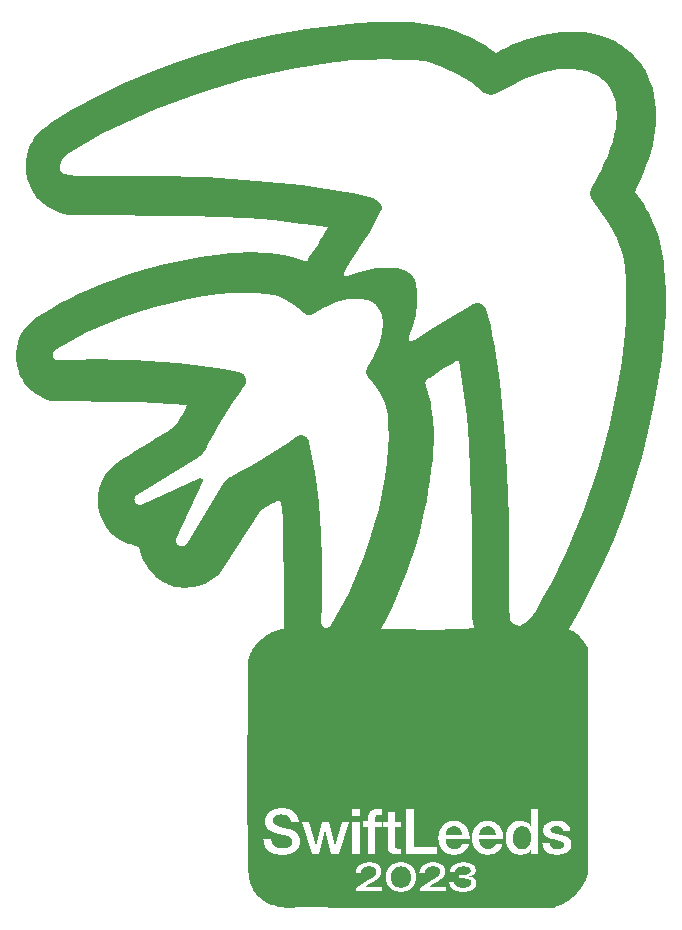
<source format=gto>
G04 #@! TF.GenerationSoftware,KiCad,Pcbnew,(6.0.10-0)*
G04 #@! TF.CreationDate,2023-09-19T21:25:39+02:00*
G04 #@! TF.ProjectId,SwiftLeeds,53776966-744c-4656-9564-732e6b696361,rev?*
G04 #@! TF.SameCoordinates,Original*
G04 #@! TF.FileFunction,Legend,Top*
G04 #@! TF.FilePolarity,Positive*
%FSLAX46Y46*%
G04 Gerber Fmt 4.6, Leading zero omitted, Abs format (unit mm)*
G04 Created by KiCad (PCBNEW (6.0.10-0)) date 2023-09-19 21:25:39*
%MOMM*%
%LPD*%
G01*
G04 APERTURE LIST*
%ADD10C,0.000000*%
G04 APERTURE END LIST*
D10*
G36*
X153566781Y-108506106D02*
G01*
X153603552Y-108509068D01*
X153639451Y-108513935D01*
X153674459Y-108520652D01*
X153708559Y-108529162D01*
X153741733Y-108539409D01*
X153773963Y-108551337D01*
X153805231Y-108564890D01*
X153835519Y-108580011D01*
X153864809Y-108596644D01*
X153893084Y-108614734D01*
X153920325Y-108634223D01*
X153946515Y-108655056D01*
X153971635Y-108677176D01*
X153995669Y-108700528D01*
X154018597Y-108725054D01*
X154040403Y-108750699D01*
X154061068Y-108777407D01*
X154080574Y-108805121D01*
X154098903Y-108833785D01*
X154116038Y-108863343D01*
X154131961Y-108893738D01*
X154146654Y-108924916D01*
X154160098Y-108956818D01*
X154172277Y-108989390D01*
X154183171Y-109022574D01*
X154192764Y-109056315D01*
X154201037Y-109090556D01*
X154207973Y-109125242D01*
X154213553Y-109160315D01*
X154217760Y-109195721D01*
X154220576Y-109231402D01*
X152807673Y-109231402D01*
X152809870Y-109193745D01*
X152813627Y-109156614D01*
X152818920Y-109120054D01*
X152825724Y-109084107D01*
X152834015Y-109048819D01*
X152843767Y-109014233D01*
X152854956Y-108980393D01*
X152867557Y-108947342D01*
X152881545Y-108915125D01*
X152896895Y-108883786D01*
X152913583Y-108853367D01*
X152931584Y-108823914D01*
X152950874Y-108795470D01*
X152971426Y-108768079D01*
X152993217Y-108741785D01*
X153016222Y-108716631D01*
X153040416Y-108692662D01*
X153065774Y-108669921D01*
X153092271Y-108648453D01*
X153119883Y-108628301D01*
X153148585Y-108609509D01*
X153178353Y-108592120D01*
X153209160Y-108576180D01*
X153240983Y-108561731D01*
X153273797Y-108548818D01*
X153307577Y-108537484D01*
X153342298Y-108527774D01*
X153377935Y-108519730D01*
X153414465Y-108513398D01*
X153451861Y-108508821D01*
X153490099Y-108506042D01*
X153529155Y-108505106D01*
X153566781Y-108506106D01*
G37*
G36*
X150718440Y-108506106D02*
G01*
X150755211Y-108509068D01*
X150791109Y-108513935D01*
X150826117Y-108520652D01*
X150860216Y-108529162D01*
X150893390Y-108539409D01*
X150925619Y-108551337D01*
X150956887Y-108564890D01*
X150987175Y-108580011D01*
X151016465Y-108596644D01*
X151044739Y-108614734D01*
X151071981Y-108634223D01*
X151098171Y-108655056D01*
X151123291Y-108677176D01*
X151147325Y-108700528D01*
X151170254Y-108725054D01*
X151192059Y-108750699D01*
X151212724Y-108777407D01*
X151232231Y-108805121D01*
X151250560Y-108833785D01*
X151267696Y-108863343D01*
X151283619Y-108893738D01*
X151298311Y-108924916D01*
X151311756Y-108956818D01*
X151323934Y-108989390D01*
X151334829Y-109022574D01*
X151344422Y-109056315D01*
X151352695Y-109090556D01*
X151359631Y-109125242D01*
X151365211Y-109160315D01*
X151369418Y-109195721D01*
X151372233Y-109231402D01*
X149959330Y-109231402D01*
X149961527Y-109193745D01*
X149965285Y-109156614D01*
X149970578Y-109120054D01*
X149977383Y-109084107D01*
X149985673Y-109048819D01*
X149995426Y-109014233D01*
X150006615Y-108980393D01*
X150019216Y-108947342D01*
X150033204Y-108915125D01*
X150048555Y-108883786D01*
X150065243Y-108853367D01*
X150083244Y-108823914D01*
X150102534Y-108795470D01*
X150123086Y-108768079D01*
X150144877Y-108741785D01*
X150167882Y-108716631D01*
X150192076Y-108692662D01*
X150217434Y-108669921D01*
X150243932Y-108648453D01*
X150271544Y-108628301D01*
X150300246Y-108609509D01*
X150330013Y-108592120D01*
X150360821Y-108576180D01*
X150392644Y-108561731D01*
X150425458Y-108548818D01*
X150459238Y-108537484D01*
X150493959Y-108527774D01*
X150529596Y-108519730D01*
X150566126Y-108513398D01*
X150603522Y-108508821D01*
X150641760Y-108506042D01*
X150680815Y-108505106D01*
X150718440Y-108506106D01*
G37*
G36*
X157159114Y-108460177D02*
G01*
X157159110Y-108460177D01*
X157159110Y-108460171D01*
X157159114Y-108460177D01*
G37*
G36*
X156480802Y-108513648D02*
G01*
X156522941Y-108516783D01*
X156564022Y-108521982D01*
X156604025Y-108529226D01*
X156642927Y-108538493D01*
X156680706Y-108549764D01*
X156717340Y-108563017D01*
X156752807Y-108578232D01*
X156787085Y-108595388D01*
X156820152Y-108614465D01*
X156851986Y-108635442D01*
X156882565Y-108658299D01*
X156911867Y-108683015D01*
X156939870Y-108709570D01*
X156966552Y-108737942D01*
X156991891Y-108768112D01*
X157015864Y-108800059D01*
X157038451Y-108833762D01*
X157059628Y-108869201D01*
X157079374Y-108906355D01*
X157097668Y-108945203D01*
X157114485Y-108985725D01*
X157129806Y-109027901D01*
X157143607Y-109071710D01*
X157155868Y-109117131D01*
X157166565Y-109164144D01*
X157175676Y-109212728D01*
X157183180Y-109262862D01*
X157189056Y-109314527D01*
X157193279Y-109367701D01*
X157195830Y-109422364D01*
X157196685Y-109478495D01*
X157192698Y-109567079D01*
X157183460Y-109655433D01*
X157168828Y-109742799D01*
X157148658Y-109828422D01*
X157122807Y-109911544D01*
X157091133Y-109991408D01*
X157053491Y-110067258D01*
X157032388Y-110103442D01*
X157009740Y-110138337D01*
X156985528Y-110171851D01*
X156959735Y-110203888D01*
X156932343Y-110234354D01*
X156903334Y-110263154D01*
X156872690Y-110290194D01*
X156840394Y-110315379D01*
X156806427Y-110338614D01*
X156770771Y-110359805D01*
X156733409Y-110378858D01*
X156694323Y-110395677D01*
X156653495Y-110410167D01*
X156610907Y-110422236D01*
X156566540Y-110431787D01*
X156520378Y-110438726D01*
X156472402Y-110442959D01*
X156422595Y-110444391D01*
X156374132Y-110443045D01*
X156327375Y-110439063D01*
X156282314Y-110432527D01*
X156238937Y-110423523D01*
X156197234Y-110412133D01*
X156157193Y-110398441D01*
X156118803Y-110382531D01*
X156082053Y-110364486D01*
X156046933Y-110344390D01*
X156013431Y-110322326D01*
X155981537Y-110298379D01*
X155951238Y-110272632D01*
X155922525Y-110245168D01*
X155895387Y-110216072D01*
X155869811Y-110185426D01*
X155845788Y-110153315D01*
X155823306Y-110119821D01*
X155802354Y-110085030D01*
X155782921Y-110049023D01*
X155764997Y-110011886D01*
X155748570Y-109973701D01*
X155733629Y-109934552D01*
X155720163Y-109894524D01*
X155708162Y-109853698D01*
X155697613Y-109812160D01*
X155688507Y-109769992D01*
X155674577Y-109684104D01*
X155666284Y-109596702D01*
X155663539Y-109508455D01*
X155665957Y-109415831D01*
X155673374Y-109323777D01*
X155686030Y-109233040D01*
X155704169Y-109144365D01*
X155728033Y-109058498D01*
X155757864Y-108976185D01*
X155793904Y-108898172D01*
X155814328Y-108861011D01*
X155836395Y-108825204D01*
X155860135Y-108790845D01*
X155885579Y-108758028D01*
X155912757Y-108726844D01*
X155941699Y-108697389D01*
X155972435Y-108669754D01*
X156004997Y-108644032D01*
X156039413Y-108620318D01*
X156075714Y-108598705D01*
X156113931Y-108579285D01*
X156154094Y-108562152D01*
X156196233Y-108547399D01*
X156240378Y-108535119D01*
X156286560Y-108525406D01*
X156334809Y-108518353D01*
X156385155Y-108514052D01*
X156437629Y-108512598D01*
X156480802Y-108513648D01*
G37*
G36*
X151795859Y-112777676D02*
G01*
X151778342Y-112778552D01*
X151793279Y-112777665D01*
X151795859Y-112777676D01*
G37*
G36*
X146230727Y-111913082D02*
G01*
X146278816Y-111915858D01*
X146325500Y-111920484D01*
X146370779Y-111926960D01*
X146414651Y-111935287D01*
X146457119Y-111945464D01*
X146498180Y-111957492D01*
X146537836Y-111971370D01*
X146576087Y-111987098D01*
X146612932Y-112004677D01*
X146648372Y-112024107D01*
X146682406Y-112045387D01*
X146715035Y-112068517D01*
X146746258Y-112093498D01*
X146776076Y-112120330D01*
X146804488Y-112149012D01*
X146831331Y-112178967D01*
X146856442Y-112210424D01*
X146879822Y-112243380D01*
X146901470Y-112277838D01*
X146921385Y-112313796D01*
X146939569Y-112351254D01*
X146956022Y-112390213D01*
X146970742Y-112430673D01*
X146983731Y-112472633D01*
X146994987Y-112516094D01*
X147004512Y-112561055D01*
X147012306Y-112607516D01*
X147018367Y-112655478D01*
X147022696Y-112704941D01*
X147025294Y-112755904D01*
X147026160Y-112808367D01*
X147025294Y-112860841D01*
X147022696Y-112911841D01*
X147018367Y-112961364D01*
X147012306Y-113009413D01*
X147004512Y-113055986D01*
X146994987Y-113101083D01*
X146983731Y-113144706D01*
X146970742Y-113186853D01*
X146956022Y-113227524D01*
X146939569Y-113266721D01*
X146921385Y-113304442D01*
X146901470Y-113340688D01*
X146879822Y-113375458D01*
X146856442Y-113408754D01*
X146831331Y-113440574D01*
X146804488Y-113470919D01*
X146776076Y-113499212D01*
X146746258Y-113525679D01*
X146715035Y-113550321D01*
X146682406Y-113573139D01*
X146648372Y-113594131D01*
X146612932Y-113613297D01*
X146576087Y-113630639D01*
X146537836Y-113646155D01*
X146498180Y-113659845D01*
X146457119Y-113671711D01*
X146414651Y-113681751D01*
X146370779Y-113689965D01*
X146325500Y-113696354D01*
X146278816Y-113700918D01*
X146230727Y-113703656D01*
X146181231Y-113704569D01*
X146131724Y-113703656D01*
X146083596Y-113700919D01*
X146036849Y-113696356D01*
X145991483Y-113689967D01*
X145947497Y-113681754D01*
X145904892Y-113671715D01*
X145863667Y-113659850D01*
X145823823Y-113646160D01*
X145785359Y-113630645D01*
X145748276Y-113613304D01*
X145712573Y-113594137D01*
X145678250Y-113573145D01*
X145645308Y-113550327D01*
X145613747Y-113525684D01*
X145583565Y-113499214D01*
X145554765Y-113470919D01*
X145527921Y-113440574D01*
X145502809Y-113408754D01*
X145479429Y-113375458D01*
X145457781Y-113340688D01*
X145437865Y-113304442D01*
X145419681Y-113266721D01*
X145403229Y-113227524D01*
X145388508Y-113186853D01*
X145375520Y-113144706D01*
X145364263Y-113101083D01*
X145354738Y-113055986D01*
X145346945Y-113009413D01*
X145340884Y-112961364D01*
X145336554Y-112911841D01*
X145333956Y-112860841D01*
X145333091Y-112808367D01*
X145333957Y-112755905D01*
X145336554Y-112704943D01*
X145340884Y-112655482D01*
X145346945Y-112607521D01*
X145354738Y-112561061D01*
X145364263Y-112516101D01*
X145375520Y-112472641D01*
X145388509Y-112430681D01*
X145403229Y-112390222D01*
X145419682Y-112351263D01*
X145437866Y-112313804D01*
X145457782Y-112277845D01*
X145479430Y-112243387D01*
X145502810Y-112210428D01*
X145527921Y-112178970D01*
X145554765Y-112149012D01*
X145583565Y-112120330D01*
X145613747Y-112093498D01*
X145645308Y-112068517D01*
X145678250Y-112045387D01*
X145712573Y-112024107D01*
X145748276Y-112004677D01*
X145785359Y-111987098D01*
X145823823Y-111971370D01*
X145863667Y-111957492D01*
X145904892Y-111945464D01*
X145947497Y-111935287D01*
X145991483Y-111926960D01*
X146036849Y-111920484D01*
X146083596Y-111915858D01*
X146131724Y-111913082D01*
X146181231Y-111912157D01*
X146230727Y-111913082D01*
G37*
G36*
X133240714Y-111894973D02*
G01*
X133228490Y-111495264D01*
X133208868Y-109583315D01*
X134545201Y-109583315D01*
X134548621Y-109669528D01*
X134555994Y-109752691D01*
X134567223Y-109832824D01*
X134582210Y-109909947D01*
X134600858Y-109984082D01*
X134623068Y-110055248D01*
X134648743Y-110123466D01*
X134677785Y-110188757D01*
X134710096Y-110251142D01*
X134745580Y-110310641D01*
X134784138Y-110367274D01*
X134825672Y-110421062D01*
X134870084Y-110472026D01*
X134917278Y-110520187D01*
X134967155Y-110565564D01*
X135019618Y-110608178D01*
X135074569Y-110648051D01*
X135131910Y-110685202D01*
X135191544Y-110719652D01*
X135253372Y-110751422D01*
X135317298Y-110780531D01*
X135383223Y-110807002D01*
X135451050Y-110830854D01*
X135520681Y-110852108D01*
X135592019Y-110870785D01*
X135664965Y-110886904D01*
X135739422Y-110900488D01*
X135815293Y-110911555D01*
X135970883Y-110926225D01*
X136130954Y-110931078D01*
X136271769Y-110927088D01*
X136411637Y-110914948D01*
X136549436Y-110894407D01*
X136684042Y-110865212D01*
X136814333Y-110827111D01*
X136939185Y-110779851D01*
X137057476Y-110723182D01*
X137113810Y-110691239D01*
X137168083Y-110656849D01*
X137220154Y-110619980D01*
X137269882Y-110580601D01*
X137317128Y-110538681D01*
X137361752Y-110494187D01*
X137403612Y-110447087D01*
X137442568Y-110397352D01*
X137478481Y-110344949D01*
X137511209Y-110289846D01*
X137540612Y-110232012D01*
X137566551Y-110171415D01*
X137588884Y-110108025D01*
X137607471Y-110041808D01*
X137622172Y-109972735D01*
X137632847Y-109900773D01*
X137639354Y-109825891D01*
X137641555Y-109748057D01*
X137637411Y-109674690D01*
X137627773Y-109600906D01*
X137612609Y-109527167D01*
X137591885Y-109453932D01*
X137565568Y-109381662D01*
X137533626Y-109310818D01*
X137496025Y-109241861D01*
X137452732Y-109175250D01*
X137403714Y-109111448D01*
X137377048Y-109080743D01*
X137348939Y-109050914D01*
X137319382Y-109022016D01*
X137288373Y-108994109D01*
X137255908Y-108967249D01*
X137221983Y-108941494D01*
X137186594Y-108916901D01*
X137149737Y-108893529D01*
X137111407Y-108871435D01*
X137071600Y-108850676D01*
X137030313Y-108831310D01*
X136987541Y-108813394D01*
X136943280Y-108796987D01*
X136897527Y-108782145D01*
X136897528Y-108782145D01*
X136652104Y-108713354D01*
X136298175Y-108619292D01*
X135800278Y-108490137D01*
X135750629Y-108475210D01*
X135703224Y-108458474D01*
X135658198Y-108439873D01*
X135615682Y-108419353D01*
X135575807Y-108396858D01*
X135538707Y-108372335D01*
X135504513Y-108345728D01*
X135488548Y-108331625D01*
X135473358Y-108316981D01*
X135458961Y-108301789D01*
X135445373Y-108286042D01*
X135432611Y-108269732D01*
X135420691Y-108252854D01*
X135409630Y-108235399D01*
X135399444Y-108217362D01*
X135390149Y-108198736D01*
X135381763Y-108179513D01*
X135374302Y-108159687D01*
X135367782Y-108139250D01*
X135362219Y-108118197D01*
X135357631Y-108096520D01*
X135354034Y-108074212D01*
X135351444Y-108051266D01*
X135349878Y-108027676D01*
X135349353Y-108003435D01*
X135350483Y-107968420D01*
X135353817Y-107934956D01*
X135359267Y-107903013D01*
X135366747Y-107872564D01*
X135376170Y-107843578D01*
X135387449Y-107816028D01*
X135400498Y-107789885D01*
X135415230Y-107765120D01*
X135431558Y-107741704D01*
X135449396Y-107719608D01*
X135468657Y-107698803D01*
X135489254Y-107679262D01*
X135511101Y-107660954D01*
X135534110Y-107643851D01*
X135558195Y-107627925D01*
X135583270Y-107613146D01*
X135609248Y-107599486D01*
X135636042Y-107586916D01*
X135663565Y-107575407D01*
X135691730Y-107564930D01*
X135720452Y-107555457D01*
X135749643Y-107546959D01*
X135809085Y-107532772D01*
X135869365Y-107522138D01*
X135929787Y-107514828D01*
X135989659Y-107510611D01*
X136048287Y-107509257D01*
X136132705Y-107511394D01*
X136213876Y-107517929D01*
X136291546Y-107529049D01*
X136365462Y-107544940D01*
X136435370Y-107565789D01*
X136468743Y-107578130D01*
X136501018Y-107591782D01*
X136532165Y-107606765D01*
X136562153Y-107623105D01*
X136590948Y-107640824D01*
X136618520Y-107659946D01*
X136644837Y-107680493D01*
X136669868Y-107702490D01*
X136693580Y-107725959D01*
X136715942Y-107750924D01*
X136736922Y-107777408D01*
X136756489Y-107805435D01*
X136774612Y-107835027D01*
X136791258Y-107866208D01*
X136806395Y-107899002D01*
X136819993Y-107933431D01*
X136832019Y-107969519D01*
X136842442Y-108007290D01*
X136851230Y-108046766D01*
X136858351Y-108087971D01*
X136863775Y-108130928D01*
X136867469Y-108175661D01*
X137528827Y-108175661D01*
X137527043Y-108108256D01*
X137776847Y-108108256D01*
X138626088Y-110848711D01*
X139264897Y-110848711D01*
X139768431Y-108812098D01*
X139775941Y-108812098D01*
X140286990Y-110848711D01*
X140910769Y-110848711D01*
X142068141Y-110848711D01*
X142676890Y-110848711D01*
X142676890Y-108549997D01*
X142954966Y-108549997D01*
X143405892Y-108549997D01*
X143405892Y-110841196D01*
X144014640Y-110841196D01*
X144014640Y-108557520D01*
X144660962Y-108557520D01*
X145051764Y-108557520D01*
X145051764Y-110174837D01*
X145054591Y-110257926D01*
X145060643Y-110335893D01*
X145070504Y-110408704D01*
X145077046Y-110443166D01*
X145084758Y-110476327D01*
X145093715Y-110508183D01*
X145103989Y-110538730D01*
X145115652Y-110567963D01*
X145128779Y-110595878D01*
X145143441Y-110622472D01*
X145159712Y-110647740D01*
X145177664Y-110671678D01*
X145197372Y-110694283D01*
X145218906Y-110715549D01*
X145242341Y-110735473D01*
X145267750Y-110754050D01*
X145295204Y-110771277D01*
X145324778Y-110787150D01*
X145356545Y-110801664D01*
X145390576Y-110814815D01*
X145426945Y-110826599D01*
X145465725Y-110837012D01*
X145506989Y-110846050D01*
X145550810Y-110853709D01*
X145597261Y-110859985D01*
X145646415Y-110864873D01*
X145698344Y-110868370D01*
X145753121Y-110870471D01*
X145810820Y-110871172D01*
X145861212Y-110870191D01*
X145910986Y-110867543D01*
X145960233Y-110863666D01*
X146009039Y-110859000D01*
X146105682Y-110849063D01*
X146109531Y-110848711D01*
X146630000Y-110848711D01*
X149222819Y-110848711D01*
X149222819Y-110272173D01*
X147291358Y-110272173D01*
X147291358Y-109478487D01*
X149350581Y-109478487D01*
X149356194Y-109634065D01*
X149363183Y-109709462D01*
X149372937Y-109783183D01*
X149385437Y-109855165D01*
X149400667Y-109925347D01*
X149418607Y-109993666D01*
X149439240Y-110060063D01*
X149462549Y-110124474D01*
X149488515Y-110186838D01*
X149517120Y-110247093D01*
X149548347Y-110305179D01*
X149582177Y-110361032D01*
X149618593Y-110414591D01*
X149657577Y-110465795D01*
X149699111Y-110514582D01*
X149743177Y-110560890D01*
X149789757Y-110604657D01*
X149838833Y-110645823D01*
X149890388Y-110684324D01*
X149944403Y-110720100D01*
X150000861Y-110753089D01*
X150059743Y-110783228D01*
X150121033Y-110810457D01*
X150184711Y-110834714D01*
X150250760Y-110855936D01*
X150319163Y-110874063D01*
X150389900Y-110889032D01*
X150462955Y-110900783D01*
X150538310Y-110909252D01*
X150615946Y-110914379D01*
X150695845Y-110916102D01*
X150807450Y-110912171D01*
X150916523Y-110900454D01*
X151022646Y-110881058D01*
X151125400Y-110854095D01*
X151224366Y-110819673D01*
X151319128Y-110777902D01*
X151409265Y-110728892D01*
X151494361Y-110672754D01*
X151534887Y-110642045D01*
X151573996Y-110609595D01*
X151611635Y-110575418D01*
X151647752Y-110539527D01*
X151682295Y-110501935D01*
X151715211Y-110462658D01*
X151746449Y-110421708D01*
X151775955Y-110379099D01*
X151803678Y-110334844D01*
X151829565Y-110288959D01*
X151853564Y-110241455D01*
X151875622Y-110192348D01*
X151895688Y-110141649D01*
X151913710Y-110089375D01*
X151929633Y-110035537D01*
X151943408Y-109980150D01*
X151372233Y-109980150D01*
X151351263Y-110034637D01*
X151339836Y-110060623D01*
X151327772Y-110085767D01*
X151315063Y-110110067D01*
X151301704Y-110133519D01*
X151287687Y-110156121D01*
X151273006Y-110177871D01*
X151257653Y-110198765D01*
X151241621Y-110218800D01*
X151224904Y-110237975D01*
X151207495Y-110256286D01*
X151189387Y-110273730D01*
X151170573Y-110290305D01*
X151151046Y-110306008D01*
X151130800Y-110320836D01*
X151109826Y-110334787D01*
X151088120Y-110347858D01*
X151065673Y-110360045D01*
X151042478Y-110371348D01*
X151018530Y-110381761D01*
X150993821Y-110391284D01*
X150968343Y-110399912D01*
X150942091Y-110407644D01*
X150915057Y-110414477D01*
X150887235Y-110420407D01*
X150858617Y-110425433D01*
X150829197Y-110429551D01*
X150798968Y-110432758D01*
X150767923Y-110435053D01*
X150736055Y-110436432D01*
X150703357Y-110436892D01*
X150656942Y-110435783D01*
X150612106Y-110432499D01*
X150568842Y-110427101D01*
X150527142Y-110419650D01*
X150487000Y-110410208D01*
X150448409Y-110398838D01*
X150411361Y-110385600D01*
X150375851Y-110370557D01*
X150341871Y-110353769D01*
X150309415Y-110335300D01*
X150278474Y-110315210D01*
X150249044Y-110293561D01*
X150221116Y-110270415D01*
X150194684Y-110245833D01*
X150169741Y-110219878D01*
X150146280Y-110192611D01*
X150124294Y-110164093D01*
X150103776Y-110134387D01*
X150084720Y-110103554D01*
X150067118Y-110071656D01*
X150050964Y-110038754D01*
X150036251Y-110004910D01*
X150022972Y-109970186D01*
X150011120Y-109934644D01*
X150000688Y-109898345D01*
X149991669Y-109861351D01*
X149984056Y-109823723D01*
X149977843Y-109785524D01*
X149969589Y-109707657D01*
X149966849Y-109628245D01*
X151988494Y-109628245D01*
X151995152Y-109551863D01*
X151998140Y-109478487D01*
X152198928Y-109478487D01*
X152204540Y-109634065D01*
X152211529Y-109709462D01*
X152221283Y-109783183D01*
X152233783Y-109855165D01*
X152249012Y-109925347D01*
X152266952Y-109993666D01*
X152287585Y-110060063D01*
X152310893Y-110124474D01*
X152336859Y-110186838D01*
X152365464Y-110247093D01*
X152396690Y-110305179D01*
X152430520Y-110361032D01*
X152466936Y-110414591D01*
X152505919Y-110465795D01*
X152547453Y-110514582D01*
X152591518Y-110560890D01*
X152638098Y-110604657D01*
X152687174Y-110645823D01*
X152738729Y-110684324D01*
X152792744Y-110720100D01*
X152849201Y-110753089D01*
X152908084Y-110783228D01*
X152969373Y-110810457D01*
X153033051Y-110834714D01*
X153099101Y-110855936D01*
X153167503Y-110874063D01*
X153238241Y-110889032D01*
X153311296Y-110900783D01*
X153386651Y-110909252D01*
X153464288Y-110914379D01*
X153544188Y-110916102D01*
X153655792Y-110912171D01*
X153764864Y-110900454D01*
X153870985Y-110881058D01*
X153973738Y-110854095D01*
X154072704Y-110819673D01*
X154167465Y-110777902D01*
X154257602Y-110728892D01*
X154342697Y-110672754D01*
X154383223Y-110642045D01*
X154422332Y-110609595D01*
X154459971Y-110575418D01*
X154496088Y-110539527D01*
X154530630Y-110501935D01*
X154563547Y-110462658D01*
X154594784Y-110421708D01*
X154624290Y-110379099D01*
X154652013Y-110334844D01*
X154677900Y-110288959D01*
X154701899Y-110241455D01*
X154723958Y-110192348D01*
X154744024Y-110141649D01*
X154762045Y-110089375D01*
X154777969Y-110035537D01*
X154791743Y-109980150D01*
X154220572Y-109980150D01*
X154199603Y-110034637D01*
X154188176Y-110060623D01*
X154176112Y-110085767D01*
X154163403Y-110110067D01*
X154150044Y-110133519D01*
X154136028Y-110156121D01*
X154121346Y-110177871D01*
X154105993Y-110198765D01*
X154089961Y-110218800D01*
X154073244Y-110237975D01*
X154055835Y-110256286D01*
X154037727Y-110273730D01*
X154018913Y-110290305D01*
X153999386Y-110306008D01*
X153979140Y-110320836D01*
X153958166Y-110334787D01*
X153936460Y-110347858D01*
X153914013Y-110360045D01*
X153890819Y-110371348D01*
X153866870Y-110381761D01*
X153842161Y-110391284D01*
X153816684Y-110399912D01*
X153790432Y-110407644D01*
X153763399Y-110414477D01*
X153735577Y-110420407D01*
X153706960Y-110425433D01*
X153677541Y-110429551D01*
X153647312Y-110432758D01*
X153616268Y-110435053D01*
X153584400Y-110436432D01*
X153551703Y-110436892D01*
X153505289Y-110435783D01*
X153460452Y-110432499D01*
X153417187Y-110427101D01*
X153375487Y-110419650D01*
X153335345Y-110410208D01*
X153296753Y-110398838D01*
X153259706Y-110385600D01*
X153224195Y-110370557D01*
X153190215Y-110353769D01*
X153157758Y-110335300D01*
X153126817Y-110315210D01*
X153097386Y-110293561D01*
X153069458Y-110270415D01*
X153043026Y-110245833D01*
X153018082Y-110219878D01*
X152994621Y-110192611D01*
X152972635Y-110164093D01*
X152952117Y-110134387D01*
X152933061Y-110103554D01*
X152915459Y-110071656D01*
X152899305Y-110038754D01*
X152884591Y-110004910D01*
X152871312Y-109970186D01*
X152859459Y-109934644D01*
X152849027Y-109898345D01*
X152840008Y-109861351D01*
X152832396Y-109823723D01*
X152826183Y-109785524D01*
X152817928Y-109707657D01*
X152815188Y-109628245D01*
X154836837Y-109628245D01*
X154844156Y-109551863D01*
X154847829Y-109475837D01*
X154847851Y-109456026D01*
X155054793Y-109456026D01*
X155059731Y-109608154D01*
X155074565Y-109755236D01*
X155099330Y-109896615D01*
X155134057Y-110031632D01*
X155155168Y-110096550D01*
X155178781Y-110159630D01*
X155204902Y-110220791D01*
X155233534Y-110279951D01*
X155264682Y-110337026D01*
X155298349Y-110391935D01*
X155334540Y-110444596D01*
X155373259Y-110494926D01*
X155414510Y-110542843D01*
X155458297Y-110588264D01*
X155504625Y-110631109D01*
X155553496Y-110671293D01*
X155604917Y-110708735D01*
X155658890Y-110743354D01*
X155715420Y-110775065D01*
X155774511Y-110803788D01*
X155836167Y-110829440D01*
X155900392Y-110851938D01*
X155967190Y-110871201D01*
X156036566Y-110887146D01*
X156108524Y-110899691D01*
X156183067Y-110908753D01*
X156260200Y-110914251D01*
X156339927Y-110916102D01*
X156404702Y-110914513D01*
X156469202Y-110909711D01*
X156533152Y-110901640D01*
X156596276Y-110890247D01*
X156658298Y-110875475D01*
X156718945Y-110857270D01*
X156777940Y-110835577D01*
X156835008Y-110810341D01*
X156889875Y-110781508D01*
X156942265Y-110749022D01*
X156991902Y-110712830D01*
X157038512Y-110672875D01*
X157081819Y-110629103D01*
X157121549Y-110581459D01*
X157139986Y-110556168D01*
X157157425Y-110529889D01*
X157173833Y-110502614D01*
X157189173Y-110474337D01*
X157196685Y-110474337D01*
X157196685Y-110848711D01*
X157767855Y-110848711D01*
X157767855Y-109965182D01*
X158166179Y-109965182D01*
X158168370Y-110024564D01*
X158173493Y-110081977D01*
X158181488Y-110137427D01*
X158192290Y-110190920D01*
X158205840Y-110242460D01*
X158222075Y-110292053D01*
X158240932Y-110339705D01*
X158262351Y-110385421D01*
X158286268Y-110429207D01*
X158312623Y-110471068D01*
X158341353Y-110511010D01*
X158372396Y-110549037D01*
X158405691Y-110585157D01*
X158441175Y-110619373D01*
X158478786Y-110651692D01*
X158518463Y-110682119D01*
X158560144Y-110710659D01*
X158603766Y-110737318D01*
X158649268Y-110762102D01*
X158696588Y-110785016D01*
X158745664Y-110806065D01*
X158796434Y-110825255D01*
X158848835Y-110842591D01*
X158902808Y-110858079D01*
X158958288Y-110871725D01*
X159015214Y-110883533D01*
X159073525Y-110893510D01*
X159133158Y-110901660D01*
X159194052Y-110907990D01*
X159256145Y-110912504D01*
X159383677Y-110916109D01*
X159491561Y-110913259D01*
X159600304Y-110904541D01*
X159708827Y-110889703D01*
X159816050Y-110868492D01*
X159920895Y-110840656D01*
X160022284Y-110805944D01*
X160119137Y-110764102D01*
X160210375Y-110714878D01*
X160253551Y-110687420D01*
X160294919Y-110658021D01*
X160334344Y-110626651D01*
X160371692Y-110593278D01*
X160406826Y-110557870D01*
X160439613Y-110520396D01*
X160469917Y-110480825D01*
X160497604Y-110439125D01*
X160522539Y-110395263D01*
X160544586Y-110349210D01*
X160563612Y-110300933D01*
X160579481Y-110250400D01*
X160592058Y-110197581D01*
X160601209Y-110142444D01*
X160606798Y-110084956D01*
X160608691Y-110025088D01*
X160608770Y-109975655D01*
X160606247Y-109928401D01*
X160601206Y-109883267D01*
X160593730Y-109840193D01*
X160583904Y-109799122D01*
X160571812Y-109759992D01*
X160557538Y-109722747D01*
X160541165Y-109687327D01*
X160522778Y-109653672D01*
X160502459Y-109621725D01*
X160480295Y-109591425D01*
X160456367Y-109562714D01*
X160430761Y-109535534D01*
X160403560Y-109509824D01*
X160374848Y-109485527D01*
X160344709Y-109462583D01*
X160313227Y-109440933D01*
X160280485Y-109420518D01*
X160246569Y-109401280D01*
X160211561Y-109383159D01*
X160138608Y-109350033D01*
X160062297Y-109320670D01*
X159983299Y-109294596D01*
X159902287Y-109271342D01*
X159819931Y-109250434D01*
X159736903Y-109231402D01*
X159736895Y-109231402D01*
X159410093Y-109163429D01*
X159259065Y-109127820D01*
X159188996Y-109108035D01*
X159123451Y-109086331D01*
X159063102Y-109062257D01*
X159008621Y-109035365D01*
X158960679Y-109005205D01*
X158939370Y-108988758D01*
X158919948Y-108971326D01*
X158902496Y-108952852D01*
X158887099Y-108933280D01*
X158873840Y-108912553D01*
X158862804Y-108890616D01*
X158854074Y-108867412D01*
X158847735Y-108842885D01*
X158843870Y-108816978D01*
X158842562Y-108789637D01*
X158843495Y-108767740D01*
X158846234Y-108746956D01*
X158850693Y-108727259D01*
X158856786Y-108708619D01*
X158864425Y-108691011D01*
X158873525Y-108674406D01*
X158883997Y-108658777D01*
X158895757Y-108644097D01*
X158908716Y-108630338D01*
X158922789Y-108617474D01*
X158937888Y-108605475D01*
X158953927Y-108594316D01*
X158970820Y-108583968D01*
X158988479Y-108574405D01*
X159006817Y-108565598D01*
X159025749Y-108557521D01*
X159045187Y-108550146D01*
X159065045Y-108543445D01*
X159085236Y-108537391D01*
X159105673Y-108531957D01*
X159146940Y-108522839D01*
X159188152Y-108515870D01*
X159228616Y-108510832D01*
X159267637Y-108507505D01*
X159304523Y-108505669D01*
X159338580Y-108505106D01*
X159387595Y-108506101D01*
X159435840Y-108509201D01*
X159483072Y-108514583D01*
X159529049Y-108522422D01*
X159573529Y-108532893D01*
X159616269Y-108546172D01*
X159657028Y-108562435D01*
X159695563Y-108581856D01*
X159713921Y-108592806D01*
X159731632Y-108604612D01*
X159748666Y-108617295D01*
X159764993Y-108630877D01*
X159780582Y-108645381D01*
X159795403Y-108660828D01*
X159809426Y-108677240D01*
X159822621Y-108694640D01*
X159834957Y-108713048D01*
X159846404Y-108732488D01*
X159856932Y-108752980D01*
X159866510Y-108774547D01*
X159875108Y-108797211D01*
X159882696Y-108820994D01*
X159889244Y-108845918D01*
X159894721Y-108872004D01*
X160526019Y-108872004D01*
X160517708Y-108816238D01*
X160506912Y-108762639D01*
X160493704Y-108711182D01*
X160478151Y-108661841D01*
X160460326Y-108614588D01*
X160440297Y-108569400D01*
X160418135Y-108526248D01*
X160393910Y-108485108D01*
X160367693Y-108445953D01*
X160339554Y-108408757D01*
X160309562Y-108373494D01*
X160277788Y-108340139D01*
X160244302Y-108308664D01*
X160209175Y-108279044D01*
X160172476Y-108251254D01*
X160134275Y-108225266D01*
X160094644Y-108201055D01*
X160053651Y-108178594D01*
X160011368Y-108157859D01*
X159967864Y-108138822D01*
X159923210Y-108121458D01*
X159877475Y-108105740D01*
X159830730Y-108091643D01*
X159783046Y-108079141D01*
X159685138Y-108058815D01*
X159584312Y-108044554D01*
X159481131Y-108036151D01*
X159376155Y-108033396D01*
X159281501Y-108035644D01*
X159184337Y-108042609D01*
X159085851Y-108054619D01*
X158987234Y-108072004D01*
X158889673Y-108095091D01*
X158794358Y-108124212D01*
X158702478Y-108159694D01*
X158615221Y-108201866D01*
X158573698Y-108225564D01*
X158533777Y-108251059D01*
X158495607Y-108278390D01*
X158459335Y-108307600D01*
X158425111Y-108338729D01*
X158393083Y-108371819D01*
X158363401Y-108406910D01*
X158336211Y-108444044D01*
X158311664Y-108483263D01*
X158289908Y-108524606D01*
X158271091Y-108568116D01*
X158255362Y-108613833D01*
X158242869Y-108661798D01*
X158233762Y-108712053D01*
X158228189Y-108764639D01*
X158226298Y-108819597D01*
X158227562Y-108870411D01*
X158231302Y-108919001D01*
X158237439Y-108965424D01*
X158245894Y-109009739D01*
X158256590Y-109052003D01*
X158269448Y-109092274D01*
X158284389Y-109130608D01*
X158301335Y-109167064D01*
X158320208Y-109201700D01*
X158340929Y-109234572D01*
X158363420Y-109265739D01*
X158387602Y-109295258D01*
X158413396Y-109323187D01*
X158440725Y-109349582D01*
X158469510Y-109374503D01*
X158499673Y-109398006D01*
X158531134Y-109420149D01*
X158563816Y-109440989D01*
X158597640Y-109460584D01*
X158632528Y-109478993D01*
X158705182Y-109512478D01*
X158781148Y-109541904D01*
X158859801Y-109567734D01*
X158940513Y-109590427D01*
X159022655Y-109610443D01*
X159105601Y-109628245D01*
X159430408Y-109695398D01*
X159506711Y-109712461D01*
X159579865Y-109730643D01*
X159649276Y-109750449D01*
X159714350Y-109772382D01*
X159774492Y-109796948D01*
X159829108Y-109824650D01*
X159877602Y-109855994D01*
X159899369Y-109873189D01*
X159919382Y-109891484D01*
X159937567Y-109910941D01*
X159953851Y-109931625D01*
X159968159Y-109953596D01*
X159980417Y-109976920D01*
X159990549Y-110001658D01*
X159998483Y-110027875D01*
X160004144Y-110055632D01*
X160007457Y-110084994D01*
X160007672Y-110113693D01*
X160005572Y-110140854D01*
X160001265Y-110166517D01*
X159994859Y-110190725D01*
X159986460Y-110213518D01*
X159976176Y-110234937D01*
X159964114Y-110255023D01*
X159950381Y-110273818D01*
X159935086Y-110291362D01*
X159918334Y-110307697D01*
X159900234Y-110322864D01*
X159880893Y-110336904D01*
X159860418Y-110349858D01*
X159838916Y-110361768D01*
X159816495Y-110372674D01*
X159793263Y-110382617D01*
X159769326Y-110391639D01*
X159744791Y-110399781D01*
X159719767Y-110407084D01*
X159694360Y-110413589D01*
X159642828Y-110424370D01*
X159591054Y-110432452D01*
X159539896Y-110438166D01*
X159490213Y-110441840D01*
X159442864Y-110443803D01*
X159398707Y-110444384D01*
X159338776Y-110442868D01*
X159280353Y-110438227D01*
X159223714Y-110430318D01*
X159169134Y-110418997D01*
X159116887Y-110404123D01*
X159067250Y-110385553D01*
X159043496Y-110374837D01*
X159020497Y-110363144D01*
X158998288Y-110350455D01*
X158976904Y-110336753D01*
X158956378Y-110322020D01*
X158936745Y-110306238D01*
X158918040Y-110289390D01*
X158900296Y-110271457D01*
X158883549Y-110252422D01*
X158867833Y-110232266D01*
X158853182Y-110210973D01*
X158839630Y-110188524D01*
X158827212Y-110164901D01*
X158815962Y-110140086D01*
X158805915Y-110114063D01*
X158797105Y-110086812D01*
X158789567Y-110058316D01*
X158783334Y-110028558D01*
X158778442Y-109997519D01*
X158774924Y-109965182D01*
X158166179Y-109965182D01*
X157767855Y-109965182D01*
X157767855Y-107067492D01*
X157159110Y-107067492D01*
X157159110Y-108460171D01*
X157140934Y-108432603D01*
X157121652Y-108406030D01*
X157101311Y-108380450D01*
X157079952Y-108355854D01*
X157057619Y-108332234D01*
X157034355Y-108309581D01*
X157010202Y-108287889D01*
X156985202Y-108267147D01*
X156959399Y-108247349D01*
X156932834Y-108228486D01*
X156877593Y-108193531D01*
X156819820Y-108162218D01*
X156759856Y-108134480D01*
X156698043Y-108110251D01*
X156634721Y-108089466D01*
X156570233Y-108072060D01*
X156504919Y-108057965D01*
X156439120Y-108047118D01*
X156373179Y-108039451D01*
X156307436Y-108034899D01*
X156242232Y-108033396D01*
X156185928Y-108034672D01*
X156129816Y-108038514D01*
X156074002Y-108044945D01*
X156018589Y-108053986D01*
X155963683Y-108065660D01*
X155909388Y-108079987D01*
X155855808Y-108096991D01*
X155803049Y-108116693D01*
X155751214Y-108139115D01*
X155700409Y-108164279D01*
X155650738Y-108192207D01*
X155602305Y-108222921D01*
X155555215Y-108256443D01*
X155509573Y-108292794D01*
X155465483Y-108331997D01*
X155423050Y-108374074D01*
X155382378Y-108419047D01*
X155343573Y-108466937D01*
X155306738Y-108517766D01*
X155271978Y-108571557D01*
X155239398Y-108628331D01*
X155209102Y-108688111D01*
X155181195Y-108750918D01*
X155155782Y-108816774D01*
X155132967Y-108885701D01*
X155112854Y-108957721D01*
X155095549Y-109032856D01*
X155081156Y-109111129D01*
X155069779Y-109192560D01*
X155061523Y-109277172D01*
X155056493Y-109364987D01*
X155054793Y-109456026D01*
X154847851Y-109456026D01*
X154847911Y-109400301D01*
X154844455Y-109325392D01*
X154837515Y-109251245D01*
X154827144Y-109177997D01*
X154813396Y-109105782D01*
X154796325Y-109034736D01*
X154775983Y-108964996D01*
X154752426Y-108896697D01*
X154725707Y-108829974D01*
X154695879Y-108764964D01*
X154662996Y-108701802D01*
X154627112Y-108640623D01*
X154588280Y-108581565D01*
X154546554Y-108524761D01*
X154501988Y-108470349D01*
X154454635Y-108418464D01*
X154404549Y-108369241D01*
X154351784Y-108322816D01*
X154296393Y-108279325D01*
X154238430Y-108238904D01*
X154177949Y-108201688D01*
X154115003Y-108167814D01*
X154049647Y-108137416D01*
X153981933Y-108110632D01*
X153911915Y-108087595D01*
X153839647Y-108068442D01*
X153765183Y-108053310D01*
X153688577Y-108042333D01*
X153609882Y-108035647D01*
X153529151Y-108033388D01*
X153529155Y-108033396D01*
X153453265Y-108035331D01*
X153379219Y-108041070D01*
X153307052Y-108050510D01*
X153236802Y-108063550D01*
X153168507Y-108080090D01*
X153102202Y-108100026D01*
X153037926Y-108123259D01*
X152975715Y-108149685D01*
X152915607Y-108179205D01*
X152857639Y-108211717D01*
X152801848Y-108247118D01*
X152748271Y-108285308D01*
X152696946Y-108326185D01*
X152647909Y-108369648D01*
X152601197Y-108415595D01*
X152556849Y-108463926D01*
X152514900Y-108514537D01*
X152475389Y-108567328D01*
X152438351Y-108622198D01*
X152403825Y-108679045D01*
X152371848Y-108737767D01*
X152342456Y-108798264D01*
X152315687Y-108860433D01*
X152291579Y-108924174D01*
X152270167Y-108989384D01*
X152251490Y-109055962D01*
X152235584Y-109123808D01*
X152222487Y-109192819D01*
X152212235Y-109262893D01*
X152204867Y-109333931D01*
X152200419Y-109405829D01*
X152198928Y-109478487D01*
X151998140Y-109478487D01*
X151998248Y-109475837D01*
X151997833Y-109400301D01*
X151993955Y-109325392D01*
X151986664Y-109251245D01*
X151976010Y-109177997D01*
X151962043Y-109105782D01*
X151944811Y-109034736D01*
X151924365Y-108964996D01*
X151900754Y-108896697D01*
X151874027Y-108829974D01*
X151844234Y-108764964D01*
X151811425Y-108701802D01*
X151775648Y-108640623D01*
X151736955Y-108581565D01*
X151695393Y-108524761D01*
X151651014Y-108470349D01*
X151603865Y-108418464D01*
X151553998Y-108369241D01*
X151501460Y-108322816D01*
X151446303Y-108279325D01*
X151388575Y-108238904D01*
X151328326Y-108201688D01*
X151265605Y-108167814D01*
X151200463Y-108137416D01*
X151132948Y-108110632D01*
X151063110Y-108087595D01*
X150990999Y-108068442D01*
X150916664Y-108053310D01*
X150840155Y-108042333D01*
X150761521Y-108035647D01*
X150680812Y-108033388D01*
X150680815Y-108033396D01*
X150604926Y-108035331D01*
X150530879Y-108041070D01*
X150458712Y-108050510D01*
X150388462Y-108063550D01*
X150320166Y-108080090D01*
X150253861Y-108100026D01*
X150189584Y-108123259D01*
X150127373Y-108149685D01*
X150067265Y-108179205D01*
X150009297Y-108211717D01*
X149953505Y-108247118D01*
X149899928Y-108285308D01*
X149848602Y-108326185D01*
X149799565Y-108369648D01*
X149752853Y-108415595D01*
X149708504Y-108463926D01*
X149666556Y-108514537D01*
X149627044Y-108567328D01*
X149590006Y-108622198D01*
X149555480Y-108679045D01*
X149523502Y-108737767D01*
X149494110Y-108798264D01*
X149467341Y-108860433D01*
X149443232Y-108924174D01*
X149421821Y-108989384D01*
X149403143Y-109055962D01*
X149387237Y-109123808D01*
X149374140Y-109192819D01*
X149363889Y-109262893D01*
X149356520Y-109333931D01*
X149352072Y-109405829D01*
X149350581Y-109478487D01*
X147291358Y-109478487D01*
X147291358Y-107060000D01*
X146630000Y-107060000D01*
X146630000Y-110848711D01*
X146109531Y-110848711D01*
X146153695Y-110844671D01*
X146201621Y-110841250D01*
X146201621Y-110377024D01*
X146186037Y-110380980D01*
X146170298Y-110384443D01*
X146154428Y-110387444D01*
X146138447Y-110390018D01*
X146122378Y-110392196D01*
X146106243Y-110394013D01*
X146073862Y-110396691D01*
X146041481Y-110398315D01*
X146009275Y-110399149D01*
X145946097Y-110399500D01*
X145921452Y-110399127D01*
X145898220Y-110398010D01*
X145876357Y-110396150D01*
X145855825Y-110393548D01*
X145836580Y-110390206D01*
X145818582Y-110386124D01*
X145801789Y-110381306D01*
X145786161Y-110375750D01*
X145771655Y-110369460D01*
X145758231Y-110362437D01*
X145745848Y-110354681D01*
X145734463Y-110346195D01*
X145724037Y-110336979D01*
X145714526Y-110327035D01*
X145705891Y-110316365D01*
X145698090Y-110304969D01*
X145691082Y-110292849D01*
X145684825Y-110280007D01*
X145679278Y-110266444D01*
X145674400Y-110252161D01*
X145670149Y-110237159D01*
X145666484Y-110221441D01*
X145663365Y-110205006D01*
X145660749Y-110187858D01*
X145656863Y-110151423D01*
X145654496Y-110112148D01*
X145653318Y-110070042D01*
X145652999Y-110025118D01*
X145652999Y-108565050D01*
X146209140Y-108565050D01*
X146209136Y-108557520D01*
X146209136Y-108108256D01*
X145660514Y-108108256D01*
X145660514Y-107284632D01*
X145051764Y-107284632D01*
X145051764Y-108108256D01*
X144660962Y-108108256D01*
X144660962Y-108557520D01*
X144014640Y-108557520D01*
X144014640Y-108549997D01*
X144593323Y-108549997D01*
X144593323Y-108108256D01*
X144014640Y-108108256D01*
X144014640Y-107823733D01*
X144015033Y-107803153D01*
X144016199Y-107783519D01*
X144018120Y-107764812D01*
X144020775Y-107747013D01*
X144024146Y-107730102D01*
X144028214Y-107714061D01*
X144032958Y-107698870D01*
X144038360Y-107684509D01*
X144044401Y-107670960D01*
X144051061Y-107658204D01*
X144058321Y-107646221D01*
X144066161Y-107634992D01*
X144074563Y-107624498D01*
X144083508Y-107614720D01*
X144092975Y-107605638D01*
X144102946Y-107597234D01*
X144113401Y-107589488D01*
X144124322Y-107582380D01*
X144135688Y-107575892D01*
X144147481Y-107570005D01*
X144159681Y-107564699D01*
X144172269Y-107559955D01*
X144185227Y-107555755D01*
X144198533Y-107552077D01*
X144226118Y-107546217D01*
X144254870Y-107542222D01*
X144284635Y-107539937D01*
X144315259Y-107539210D01*
X144358648Y-107539575D01*
X144398867Y-107540730D01*
X144436267Y-107542761D01*
X144471201Y-107545756D01*
X144504022Y-107549804D01*
X144535082Y-107554991D01*
X144564732Y-107561404D01*
X144593325Y-107569132D01*
X144593325Y-107097414D01*
X144574561Y-107092055D01*
X144554883Y-107087201D01*
X144534258Y-107082830D01*
X144512653Y-107078921D01*
X144490036Y-107075450D01*
X144466372Y-107072397D01*
X144441629Y-107069739D01*
X144415775Y-107067454D01*
X144360598Y-107063915D01*
X144300577Y-107061606D01*
X144235448Y-107060349D01*
X144164946Y-107059969D01*
X144092020Y-107061485D01*
X144020128Y-107066477D01*
X143949778Y-107075615D01*
X143881475Y-107089569D01*
X143848250Y-107098560D01*
X143815727Y-107109006D01*
X143783968Y-107120991D01*
X143753038Y-107134597D01*
X143723000Y-107149909D01*
X143693917Y-107167009D01*
X143665852Y-107185983D01*
X143638869Y-107206913D01*
X143613031Y-107229883D01*
X143588401Y-107254977D01*
X143565042Y-107282278D01*
X143543019Y-107311870D01*
X143522393Y-107343837D01*
X143503229Y-107378262D01*
X143485589Y-107415228D01*
X143469538Y-107454820D01*
X143455138Y-107497121D01*
X143442453Y-107542215D01*
X143431545Y-107590185D01*
X143422479Y-107641116D01*
X143415317Y-107695089D01*
X143410123Y-107752190D01*
X143406960Y-107812502D01*
X143405892Y-107876108D01*
X143405892Y-108100741D01*
X142954966Y-108100741D01*
X142954966Y-108549997D01*
X142676890Y-108549997D01*
X142676890Y-108108256D01*
X142068141Y-108108256D01*
X142068141Y-110848711D01*
X140910769Y-110848711D01*
X141775042Y-108108256D01*
X141158784Y-108108256D01*
X140595118Y-110152376D01*
X140587609Y-110152376D01*
X140091592Y-108108256D01*
X139482840Y-108108256D01*
X138964276Y-110152376D01*
X138956767Y-110152376D01*
X138415656Y-108108256D01*
X137776847Y-108108256D01*
X137527043Y-108108256D01*
X137526905Y-108103031D01*
X137521205Y-108032561D01*
X137511822Y-107964259D01*
X137498853Y-107898136D01*
X137482394Y-107834202D01*
X137462542Y-107772465D01*
X137439392Y-107712935D01*
X137413042Y-107655622D01*
X137398839Y-107629061D01*
X142068141Y-107629061D01*
X142676890Y-107629061D01*
X142676890Y-107060000D01*
X142068141Y-107060000D01*
X142068141Y-107629061D01*
X137398839Y-107629061D01*
X137383587Y-107600536D01*
X137351124Y-107547686D01*
X137315749Y-107497082D01*
X137277559Y-107448733D01*
X137236649Y-107402649D01*
X137193116Y-107358840D01*
X137147057Y-107317315D01*
X137098568Y-107278083D01*
X137047745Y-107241155D01*
X136994684Y-107206540D01*
X136939482Y-107174247D01*
X136882235Y-107144286D01*
X136823040Y-107116667D01*
X136761992Y-107091399D01*
X136699188Y-107068493D01*
X136634725Y-107047956D01*
X136568698Y-107029800D01*
X136501205Y-107014034D01*
X136432341Y-107000667D01*
X136362202Y-106989708D01*
X136290886Y-106981169D01*
X136218488Y-106975057D01*
X136145104Y-106971383D01*
X136070832Y-106970156D01*
X135942514Y-106974295D01*
X135814735Y-106986769D01*
X135688564Y-107007667D01*
X135565068Y-107037076D01*
X135445314Y-107075084D01*
X135330372Y-107121778D01*
X135221309Y-107177248D01*
X135169315Y-107208300D01*
X135119191Y-107241579D01*
X135071072Y-107277096D01*
X135025089Y-107314861D01*
X134981377Y-107354885D01*
X134940069Y-107397180D01*
X134901298Y-107441756D01*
X134865199Y-107488625D01*
X134831904Y-107537797D01*
X134801547Y-107589283D01*
X134774261Y-107643094D01*
X134750181Y-107699242D01*
X134729439Y-107757736D01*
X134712169Y-107818589D01*
X134698504Y-107881812D01*
X134688579Y-107947414D01*
X134682525Y-108015407D01*
X134680478Y-108085802D01*
X134682748Y-108158838D01*
X134689828Y-108231709D01*
X134702127Y-108304076D01*
X134720051Y-108375598D01*
X134731250Y-108410936D01*
X134744009Y-108445935D01*
X134758377Y-108480553D01*
X134774406Y-108514748D01*
X134792147Y-108548476D01*
X134811651Y-108581696D01*
X134832969Y-108614364D01*
X134856151Y-108646439D01*
X134881249Y-108677877D01*
X134908313Y-108708637D01*
X134937395Y-108738676D01*
X134968545Y-108767951D01*
X135001814Y-108796420D01*
X135037253Y-108824040D01*
X135074914Y-108850769D01*
X135114846Y-108876565D01*
X135157101Y-108901384D01*
X135201730Y-108925184D01*
X135248784Y-108947924D01*
X135298314Y-108969559D01*
X135350370Y-108990049D01*
X135405003Y-109009349D01*
X135462265Y-109027419D01*
X135522206Y-109044214D01*
X135880245Y-109138625D01*
X136182624Y-109215489D01*
X136315802Y-109250631D01*
X136438500Y-109285334D01*
X136551863Y-109320916D01*
X136657035Y-109358690D01*
X136686588Y-109370567D01*
X136715911Y-109383858D01*
X136744771Y-109398751D01*
X136772937Y-109415432D01*
X136800178Y-109434087D01*
X136813380Y-109444213D01*
X136826264Y-109454903D01*
X136838801Y-109466179D01*
X136850962Y-109478066D01*
X136862719Y-109490586D01*
X136874042Y-109503762D01*
X136884903Y-109517619D01*
X136895272Y-109532179D01*
X136905122Y-109547466D01*
X136914422Y-109563502D01*
X136923144Y-109580312D01*
X136931260Y-109597918D01*
X136938739Y-109616344D01*
X136945555Y-109635614D01*
X136951676Y-109655749D01*
X136957075Y-109676775D01*
X136961723Y-109698713D01*
X136965590Y-109721588D01*
X136968649Y-109745422D01*
X136970869Y-109770239D01*
X136972222Y-109796063D01*
X136972680Y-109822916D01*
X136972037Y-109849582D01*
X136970089Y-109876196D01*
X136966809Y-109902706D01*
X136962170Y-109929060D01*
X136956144Y-109955205D01*
X136948703Y-109981089D01*
X136939819Y-110006661D01*
X136929467Y-110031868D01*
X136917616Y-110056659D01*
X136904242Y-110080980D01*
X136889315Y-110104781D01*
X136872808Y-110128009D01*
X136854694Y-110150611D01*
X136834945Y-110172536D01*
X136813533Y-110193732D01*
X136790432Y-110214146D01*
X136765613Y-110233726D01*
X136739050Y-110252421D01*
X136710714Y-110270178D01*
X136680578Y-110286946D01*
X136648615Y-110302671D01*
X136614796Y-110317302D01*
X136579095Y-110330787D01*
X136541484Y-110343074D01*
X136501936Y-110354110D01*
X136460422Y-110363844D01*
X136416916Y-110372223D01*
X136371390Y-110379196D01*
X136323816Y-110384710D01*
X136274166Y-110388713D01*
X136222414Y-110391153D01*
X136168532Y-110391977D01*
X136069795Y-110389312D01*
X135973996Y-110381185D01*
X135881611Y-110367397D01*
X135793112Y-110347753D01*
X135708973Y-110322055D01*
X135668686Y-110306873D01*
X135629667Y-110290104D01*
X135591974Y-110271723D01*
X135555667Y-110251704D01*
X135520804Y-110230024D01*
X135487446Y-110206658D01*
X135455652Y-110181580D01*
X135425479Y-110154767D01*
X135396989Y-110126193D01*
X135370239Y-110095835D01*
X135345289Y-110063666D01*
X135322198Y-110029664D01*
X135301025Y-109993802D01*
X135281830Y-109956056D01*
X135264672Y-109916402D01*
X135249609Y-109874815D01*
X135236701Y-109831270D01*
X135226008Y-109785743D01*
X135217588Y-109738208D01*
X135211500Y-109688642D01*
X135207804Y-109637019D01*
X135206559Y-109583315D01*
X134545201Y-109583315D01*
X133208868Y-109583315D01*
X133184554Y-107214239D01*
X133170389Y-102932565D01*
X133193949Y-98651046D01*
X133263188Y-94370482D01*
X133298319Y-94244772D01*
X133338769Y-94120878D01*
X133384387Y-93998908D01*
X133435021Y-93878972D01*
X133550727Y-93645638D01*
X133684667Y-93421752D01*
X133835625Y-93208189D01*
X134002382Y-93005826D01*
X134183720Y-92815536D01*
X134378422Y-92638196D01*
X134585269Y-92474681D01*
X134803043Y-92325866D01*
X135030526Y-92192627D01*
X135266500Y-92075839D01*
X135509748Y-91976377D01*
X135759051Y-91895118D01*
X136013191Y-91832935D01*
X136209435Y-91800783D01*
X144517640Y-91800783D01*
X146488029Y-91838962D01*
X148460323Y-91856692D01*
X149446250Y-91852603D01*
X150431531Y-91837056D01*
X151415793Y-91807939D01*
X152398661Y-91763136D01*
X152343019Y-91541138D01*
X152298280Y-91316834D01*
X152263313Y-91090484D01*
X152236986Y-90862345D01*
X152218169Y-90632677D01*
X152205729Y-90401739D01*
X152195457Y-89937087D01*
X152201666Y-89003935D01*
X152200044Y-88539576D01*
X152183204Y-88079458D01*
X152178986Y-83296949D01*
X152139185Y-80904966D01*
X152059933Y-78514617D01*
X151930492Y-76127492D01*
X151740120Y-73745181D01*
X151478076Y-71369274D01*
X151133620Y-69001360D01*
X151133620Y-69001374D01*
X150973131Y-69077841D01*
X150812904Y-69158564D01*
X150493360Y-69331229D01*
X150175232Y-69516271D01*
X149858768Y-69710593D01*
X149544213Y-69911099D01*
X149231812Y-70114691D01*
X148614455Y-70518746D01*
X148576190Y-70530752D01*
X148540400Y-70543990D01*
X148507030Y-70558419D01*
X148476024Y-70573999D01*
X148447326Y-70590689D01*
X148420879Y-70608450D01*
X148396629Y-70627240D01*
X148374518Y-70647021D01*
X148354492Y-70667750D01*
X148336494Y-70689389D01*
X148320468Y-70711897D01*
X148306358Y-70735234D01*
X148294109Y-70759359D01*
X148283663Y-70784232D01*
X148274967Y-70809813D01*
X148267963Y-70836062D01*
X148262595Y-70862938D01*
X148258808Y-70890401D01*
X148256546Y-70918411D01*
X148255753Y-70946928D01*
X148258348Y-71005320D01*
X148266147Y-71065255D01*
X148278702Y-71126411D01*
X148295566Y-71188467D01*
X148316291Y-71251099D01*
X148340430Y-71313986D01*
X148473155Y-71742026D01*
X148588381Y-72173567D01*
X148686805Y-72608237D01*
X148769122Y-73045667D01*
X148836030Y-73485488D01*
X148888225Y-73927329D01*
X148926405Y-74370821D01*
X148951265Y-74815594D01*
X148963502Y-75261278D01*
X148963814Y-75707503D01*
X148952896Y-76153899D01*
X148931446Y-76600097D01*
X148859734Y-77490419D01*
X148754252Y-78375509D01*
X148643268Y-79254310D01*
X148509771Y-80129332D01*
X148354192Y-81000250D01*
X148176959Y-81866739D01*
X147978502Y-82728474D01*
X147759252Y-83585129D01*
X147519638Y-84436381D01*
X147260089Y-85281902D01*
X146981036Y-86121369D01*
X146682908Y-86954455D01*
X146366136Y-87780836D01*
X146031148Y-88600187D01*
X145678375Y-89412183D01*
X145308246Y-90216497D01*
X144921191Y-91012806D01*
X144517640Y-91800783D01*
X136209435Y-91800783D01*
X136270951Y-91790705D01*
X136255694Y-86434199D01*
X136238587Y-85739518D01*
X136232404Y-85042311D01*
X136220728Y-83645580D01*
X136199194Y-82948689D01*
X136156501Y-82254536D01*
X136124714Y-81908898D01*
X136084629Y-81564438D01*
X136035244Y-81221320D01*
X135975556Y-80879709D01*
X135867661Y-80916743D01*
X135760947Y-80957925D01*
X135655303Y-81002818D01*
X135550620Y-81050987D01*
X135446786Y-81101994D01*
X135343690Y-81155402D01*
X135139272Y-81267677D01*
X134734428Y-81501828D01*
X134532231Y-81616718D01*
X134329003Y-81725493D01*
X131217597Y-86546412D01*
X131129082Y-86681383D01*
X131035036Y-86811363D01*
X130935685Y-86936306D01*
X130831257Y-87056166D01*
X130608077Y-87280456D01*
X130367314Y-87483869D01*
X130110786Y-87666038D01*
X129840312Y-87826599D01*
X129557708Y-87965188D01*
X129264794Y-88081438D01*
X128963387Y-88174986D01*
X128655305Y-88245465D01*
X128342366Y-88292512D01*
X128026388Y-88315761D01*
X127709189Y-88314847D01*
X127392587Y-88289405D01*
X127078401Y-88239070D01*
X126768447Y-88163477D01*
X126634863Y-88115927D01*
X126503987Y-88063378D01*
X126250473Y-87943877D01*
X126008134Y-87806175D01*
X125777201Y-87651469D01*
X125557903Y-87480959D01*
X125350469Y-87295844D01*
X125155130Y-87097323D01*
X124972114Y-86886594D01*
X124801653Y-86664857D01*
X124643974Y-86433310D01*
X124499308Y-86193153D01*
X124367885Y-85945584D01*
X124249935Y-85691803D01*
X124145686Y-85433008D01*
X124055369Y-85170398D01*
X123979213Y-84905173D01*
X123881047Y-84852634D01*
X123779647Y-84805438D01*
X123675522Y-84762651D01*
X123569181Y-84723337D01*
X123351881Y-84651390D01*
X123131815Y-84582119D01*
X122913050Y-84508045D01*
X122805427Y-84466870D01*
X122699653Y-84421689D01*
X122596239Y-84371569D01*
X122495691Y-84315573D01*
X122398520Y-84252768D01*
X122305232Y-84182219D01*
X122126536Y-84069242D01*
X121957032Y-83946630D01*
X121796766Y-83814914D01*
X121645783Y-83674627D01*
X121504130Y-83526299D01*
X121371853Y-83370463D01*
X121248999Y-83207652D01*
X121135613Y-83038396D01*
X121031743Y-82863229D01*
X120937435Y-82682681D01*
X120852734Y-82497286D01*
X120777686Y-82307574D01*
X120712339Y-82114078D01*
X120656739Y-81917330D01*
X120610932Y-81717862D01*
X120574963Y-81516205D01*
X120548880Y-81312892D01*
X120532728Y-81108455D01*
X120526555Y-80903426D01*
X120530405Y-80698336D01*
X120544326Y-80493718D01*
X120568364Y-80290103D01*
X120602565Y-80088024D01*
X120646975Y-79888013D01*
X120701640Y-79690601D01*
X120766607Y-79496320D01*
X120841923Y-79305703D01*
X120927633Y-79119281D01*
X121023783Y-78937587D01*
X121130421Y-78761152D01*
X121247592Y-78590508D01*
X121375342Y-78426188D01*
X121632878Y-78185886D01*
X121899431Y-77956998D01*
X122174038Y-77738328D01*
X122455740Y-77528678D01*
X122743576Y-77326850D01*
X123036586Y-77131647D01*
X123634285Y-76756324D01*
X124849513Y-76032486D01*
X125451674Y-75664810D01*
X125748029Y-75475342D01*
X126039955Y-75280523D01*
X126133275Y-75238046D01*
X126224207Y-75192142D01*
X126399063Y-75090587D01*
X126564848Y-74976929D01*
X126721882Y-74852238D01*
X126870490Y-74717585D01*
X127010992Y-74574040D01*
X127143711Y-74422673D01*
X127268971Y-74264555D01*
X127387093Y-74100757D01*
X127498399Y-73932349D01*
X127603213Y-73760400D01*
X127701856Y-73585983D01*
X127794651Y-73410167D01*
X127881921Y-73234023D01*
X128041173Y-72885031D01*
X126706399Y-72760995D01*
X125367685Y-72675543D01*
X124025995Y-72620335D01*
X122682295Y-72587032D01*
X117306688Y-72506071D01*
X117236395Y-72517879D01*
X117166778Y-72526810D01*
X117097821Y-72532952D01*
X117029510Y-72536392D01*
X116961827Y-72537215D01*
X116894758Y-72535509D01*
X116762395Y-72524854D01*
X116632296Y-72505119D01*
X116504332Y-72476997D01*
X116378379Y-72441180D01*
X116254308Y-72398361D01*
X116131995Y-72349232D01*
X116011311Y-72294485D01*
X115892131Y-72234813D01*
X115774328Y-72170909D01*
X115657776Y-72103464D01*
X115542347Y-72033172D01*
X115314356Y-71886814D01*
X115115071Y-71758616D01*
X114928161Y-71618180D01*
X114753629Y-71466291D01*
X114591480Y-71303732D01*
X114441718Y-71131288D01*
X114304347Y-70949742D01*
X114179370Y-70759877D01*
X114066792Y-70562479D01*
X113966617Y-70358329D01*
X113878849Y-70148213D01*
X113803491Y-69932913D01*
X113740548Y-69713214D01*
X113690024Y-69489899D01*
X113651922Y-69263753D01*
X113626248Y-69035558D01*
X113613004Y-68806099D01*
X113612444Y-68647186D01*
X116694658Y-68647186D01*
X116695321Y-68665791D01*
X116696661Y-68684455D01*
X116698684Y-68703163D01*
X116701399Y-68721900D01*
X116704812Y-68740652D01*
X116720812Y-68777213D01*
X116729519Y-68794773D01*
X116738695Y-68811841D01*
X116748343Y-68828411D01*
X116758461Y-68844475D01*
X116769049Y-68860027D01*
X116780109Y-68875059D01*
X116791638Y-68889563D01*
X116803639Y-68903532D01*
X116816110Y-68916960D01*
X116829051Y-68929837D01*
X116842463Y-68942158D01*
X116856346Y-68953915D01*
X116870700Y-68965101D01*
X116885524Y-68975708D01*
X116900818Y-68985728D01*
X116916584Y-68995156D01*
X116932819Y-69003982D01*
X116949526Y-69012201D01*
X116966703Y-69019804D01*
X116984350Y-69026784D01*
X117002469Y-69033135D01*
X117021057Y-69038848D01*
X117040117Y-69043916D01*
X117059647Y-69048333D01*
X117079648Y-69052090D01*
X117100119Y-69055180D01*
X117121061Y-69057596D01*
X117142473Y-69059331D01*
X117164356Y-69060378D01*
X117186710Y-69060728D01*
X118685112Y-69008841D01*
X120326577Y-68986883D01*
X122397232Y-69005716D01*
X123554681Y-69039366D01*
X124772838Y-69093940D01*
X126036173Y-69173011D01*
X127329156Y-69280155D01*
X128636257Y-69418947D01*
X129941947Y-69592962D01*
X131230694Y-69805775D01*
X132486970Y-70060961D01*
X132535081Y-70073601D01*
X132581493Y-70088936D01*
X132626155Y-70106851D01*
X132669016Y-70127227D01*
X132710023Y-70149947D01*
X132749126Y-70174894D01*
X132786273Y-70201951D01*
X132821413Y-70231001D01*
X132854494Y-70261926D01*
X132885464Y-70294610D01*
X132914273Y-70328934D01*
X132940868Y-70364782D01*
X132965198Y-70402037D01*
X132987212Y-70440581D01*
X133006859Y-70480297D01*
X133024086Y-70521068D01*
X133038843Y-70562777D01*
X133051077Y-70605306D01*
X133060738Y-70648539D01*
X133067774Y-70692358D01*
X133072133Y-70736645D01*
X133073764Y-70781285D01*
X133072616Y-70826158D01*
X133068637Y-70871149D01*
X133061775Y-70916140D01*
X133051979Y-70961013D01*
X133039198Y-71005653D01*
X133023381Y-71049940D01*
X133004475Y-71093759D01*
X132982429Y-71136992D01*
X132957192Y-71179521D01*
X132928712Y-71221230D01*
X132444460Y-71894903D01*
X131983739Y-72567168D01*
X131543725Y-73240372D01*
X131121593Y-73916857D01*
X130714521Y-74598968D01*
X130319685Y-75289049D01*
X129934261Y-75989446D01*
X129555425Y-76702501D01*
X129532366Y-76739991D01*
X129508365Y-76777363D01*
X129483423Y-76814500D01*
X129457540Y-76851286D01*
X129430715Y-76887603D01*
X129402950Y-76923334D01*
X129374243Y-76958362D01*
X129344595Y-76992569D01*
X129314006Y-77025838D01*
X129282475Y-77058052D01*
X129250004Y-77089095D01*
X129216591Y-77118847D01*
X129182237Y-77147194D01*
X129146941Y-77174016D01*
X129110705Y-77199197D01*
X129073527Y-77222620D01*
X123852965Y-80423369D01*
X123834495Y-80434969D01*
X123816738Y-80447251D01*
X123799702Y-80460192D01*
X123783394Y-80473770D01*
X123767821Y-80487964D01*
X123752991Y-80502751D01*
X123738911Y-80518110D01*
X123725588Y-80534018D01*
X123713030Y-80550454D01*
X123701245Y-80567395D01*
X123690238Y-80584819D01*
X123680018Y-80602705D01*
X123670593Y-80621031D01*
X123661969Y-80639774D01*
X123654154Y-80658913D01*
X123647155Y-80678426D01*
X123640979Y-80698290D01*
X123635635Y-80718484D01*
X123631129Y-80738986D01*
X123627468Y-80759773D01*
X123624660Y-80780824D01*
X123622713Y-80802117D01*
X123621633Y-80823630D01*
X123621428Y-80845340D01*
X123622106Y-80867227D01*
X123623674Y-80889267D01*
X123626138Y-80911439D01*
X123629507Y-80933721D01*
X123633788Y-80956091D01*
X123638987Y-80978527D01*
X123645114Y-81001006D01*
X123652174Y-81023508D01*
X123660169Y-81042025D01*
X123669076Y-81060059D01*
X123678866Y-81077595D01*
X123689508Y-81094618D01*
X123700974Y-81111113D01*
X123713235Y-81127066D01*
X123726260Y-81142463D01*
X123740020Y-81157288D01*
X123754486Y-81171527D01*
X123769629Y-81185166D01*
X123785418Y-81198189D01*
X123801826Y-81210582D01*
X123818821Y-81222330D01*
X123836376Y-81233419D01*
X123854460Y-81243835D01*
X123873044Y-81253561D01*
X123892098Y-81262584D01*
X123911594Y-81270890D01*
X123931502Y-81278463D01*
X123951792Y-81285288D01*
X123972434Y-81291352D01*
X123993401Y-81296639D01*
X124014661Y-81301135D01*
X124036187Y-81304825D01*
X124057947Y-81307694D01*
X124079913Y-81309729D01*
X124102056Y-81310913D01*
X124124346Y-81311233D01*
X124146754Y-81310674D01*
X124169250Y-81309221D01*
X124191805Y-81306860D01*
X124214389Y-81303576D01*
X129153843Y-79063055D01*
X129161371Y-79059536D01*
X129168892Y-79056472D01*
X129176399Y-79053847D01*
X129183883Y-79051647D01*
X129191338Y-79049857D01*
X129198756Y-79048462D01*
X129206130Y-79047449D01*
X129213453Y-79046802D01*
X129220716Y-79046506D01*
X129227914Y-79046548D01*
X129242081Y-79047583D01*
X129255895Y-79049791D01*
X129269298Y-79053053D01*
X129282230Y-79057253D01*
X129294632Y-79062274D01*
X129306446Y-79067998D01*
X129317613Y-79074308D01*
X129328074Y-79081086D01*
X129337771Y-79088217D01*
X129346644Y-79095582D01*
X129354634Y-79103064D01*
X129362144Y-79111024D01*
X129369537Y-79119864D01*
X129376694Y-79129525D01*
X129383498Y-79139947D01*
X129389831Y-79151072D01*
X129395577Y-79162842D01*
X129400616Y-79175198D01*
X129402834Y-79181578D01*
X129404832Y-79188082D01*
X129406594Y-79194703D01*
X129408107Y-79201434D01*
X129409354Y-79208268D01*
X129410322Y-79215197D01*
X129410996Y-79222214D01*
X129411362Y-79229311D01*
X129411403Y-79236482D01*
X129411107Y-79243719D01*
X129410457Y-79251014D01*
X129409440Y-79258361D01*
X129408040Y-79265751D01*
X129406244Y-79273178D01*
X129404035Y-79280635D01*
X129401400Y-79288113D01*
X129398324Y-79295606D01*
X129394792Y-79303106D01*
X127145935Y-84224447D01*
X127142638Y-84246834D01*
X127140268Y-84268979D01*
X127138810Y-84290875D01*
X127138248Y-84312515D01*
X127139758Y-84354995D01*
X127144680Y-84396362D01*
X127152896Y-84436557D01*
X127164288Y-84475521D01*
X127178740Y-84513196D01*
X127196133Y-84549523D01*
X127216349Y-84584443D01*
X127239271Y-84617898D01*
X127264782Y-84649829D01*
X127292764Y-84680178D01*
X127323098Y-84708886D01*
X127355668Y-84735895D01*
X127390355Y-84761145D01*
X127427043Y-84784578D01*
X127446095Y-84791612D01*
X127465573Y-84797716D01*
X127485434Y-84802897D01*
X127505634Y-84807161D01*
X127546870Y-84812973D01*
X127588931Y-84815210D01*
X127631461Y-84813930D01*
X127674110Y-84809193D01*
X127716523Y-84801057D01*
X127758348Y-84789580D01*
X127799231Y-84774821D01*
X127838821Y-84756838D01*
X127876763Y-84735691D01*
X127912705Y-84711438D01*
X127929816Y-84698165D01*
X127946295Y-84684137D01*
X127962097Y-84669362D01*
X127977178Y-84653847D01*
X127991495Y-84637600D01*
X128005002Y-84620627D01*
X128017657Y-84602937D01*
X128029415Y-84584536D01*
X131242068Y-79383124D01*
X131265579Y-79346084D01*
X131290854Y-79309983D01*
X131317777Y-79274818D01*
X131346229Y-79240592D01*
X131376093Y-79207303D01*
X131407251Y-79174952D01*
X131439585Y-79143538D01*
X131472979Y-79113062D01*
X131507313Y-79083524D01*
X131542471Y-79054923D01*
X131578335Y-79027260D01*
X131614788Y-79000535D01*
X131651711Y-78974748D01*
X131688986Y-78949899D01*
X131726498Y-78925987D01*
X131764127Y-78903013D01*
X132479836Y-78525582D01*
X133182839Y-78141586D01*
X133875489Y-77748214D01*
X134560139Y-77342651D01*
X135239141Y-76922085D01*
X135914850Y-76483702D01*
X136589617Y-76024690D01*
X137265796Y-75542235D01*
X137307660Y-75513860D01*
X137350347Y-75488716D01*
X137393741Y-75466752D01*
X137437723Y-75447915D01*
X137482175Y-75432156D01*
X137526980Y-75419422D01*
X137572021Y-75409663D01*
X137617179Y-75402827D01*
X137662338Y-75398862D01*
X137707378Y-75397718D01*
X137752184Y-75399343D01*
X137796636Y-75403686D01*
X137840618Y-75410696D01*
X137884011Y-75420321D01*
X137926699Y-75432510D01*
X137968563Y-75447212D01*
X138009486Y-75464376D01*
X138049350Y-75483950D01*
X138088037Y-75505882D01*
X138125430Y-75530123D01*
X138161412Y-75556619D01*
X138195864Y-75585321D01*
X138228669Y-75616176D01*
X138259709Y-75649135D01*
X138288867Y-75684144D01*
X138316024Y-75721153D01*
X138341064Y-75760111D01*
X138363869Y-75800966D01*
X138384320Y-75843668D01*
X138402301Y-75888164D01*
X138417694Y-75934404D01*
X138430381Y-75982336D01*
X138686517Y-77233957D01*
X138900122Y-78517934D01*
X139074784Y-79818793D01*
X139214093Y-81121061D01*
X139401001Y-83667935D01*
X139489553Y-86034772D01*
X139508455Y-88097788D01*
X139486415Y-89733201D01*
X139434335Y-91226080D01*
X139435737Y-91263559D01*
X139439903Y-91300862D01*
X139446776Y-91337813D01*
X139456296Y-91374237D01*
X139468405Y-91409958D01*
X139483042Y-91444800D01*
X139500151Y-91478587D01*
X139519671Y-91511143D01*
X139541545Y-91542293D01*
X139565712Y-91571861D01*
X139592115Y-91599670D01*
X139620694Y-91625545D01*
X139651392Y-91649311D01*
X139684148Y-91670791D01*
X139718904Y-91689809D01*
X139737013Y-91698340D01*
X139755601Y-91706190D01*
X139786602Y-91712285D01*
X139819132Y-91715567D01*
X139852839Y-91716036D01*
X139887370Y-91713692D01*
X139922371Y-91708534D01*
X139957490Y-91700564D01*
X139992373Y-91689780D01*
X140026668Y-91676183D01*
X140060022Y-91659773D01*
X140092082Y-91640550D01*
X140107516Y-91629884D01*
X140122494Y-91618514D01*
X140136973Y-91606441D01*
X140150907Y-91593665D01*
X140164253Y-91580185D01*
X140176967Y-91566002D01*
X140189004Y-91551116D01*
X140200320Y-91535526D01*
X140210872Y-91519233D01*
X140220615Y-91502237D01*
X140229505Y-91484538D01*
X140237498Y-91466135D01*
X140237496Y-91466135D01*
X141041562Y-90131839D01*
X141768213Y-88749246D01*
X142419097Y-87332891D01*
X142995861Y-85897310D01*
X143500152Y-84457038D01*
X143933618Y-83026611D01*
X144297904Y-81620563D01*
X144594659Y-80253429D01*
X144825529Y-78939746D01*
X144992162Y-77694047D01*
X145096205Y-76530870D01*
X145139304Y-75464747D01*
X145123108Y-74510216D01*
X145049262Y-73681811D01*
X144919415Y-72994067D01*
X144735213Y-72461519D01*
X144659005Y-72298835D01*
X144581090Y-72140898D01*
X144501646Y-71987766D01*
X144420849Y-71839499D01*
X144338876Y-71696155D01*
X144255902Y-71557793D01*
X144172105Y-71424471D01*
X144087661Y-71296248D01*
X144002746Y-71173182D01*
X143917538Y-71055332D01*
X143832211Y-70942757D01*
X143746944Y-70835515D01*
X143661911Y-70733665D01*
X143577291Y-70637265D01*
X143493259Y-70546375D01*
X143409991Y-70461052D01*
X143391639Y-70441952D01*
X143374235Y-70422186D01*
X143357788Y-70401789D01*
X143342303Y-70380799D01*
X143327790Y-70359252D01*
X143314254Y-70337185D01*
X143301703Y-70314635D01*
X143290145Y-70291637D01*
X143279587Y-70268230D01*
X143270037Y-70244449D01*
X143261501Y-70220330D01*
X143253987Y-70195912D01*
X143247503Y-70171230D01*
X143242056Y-70146320D01*
X143237652Y-70121220D01*
X143234301Y-70095967D01*
X143232008Y-70070596D01*
X143230781Y-70045144D01*
X143230628Y-70019649D01*
X143231555Y-69994146D01*
X143233572Y-69968672D01*
X143236683Y-69943265D01*
X143240898Y-69917960D01*
X143246223Y-69892794D01*
X143252665Y-69867804D01*
X143260233Y-69843027D01*
X143268933Y-69818498D01*
X143278773Y-69794255D01*
X143289760Y-69770335D01*
X143301901Y-69746774D01*
X143315204Y-69723608D01*
X143329676Y-69700875D01*
X143591126Y-69268049D01*
X143819340Y-68854506D01*
X144015905Y-68459834D01*
X144182411Y-68083624D01*
X144320445Y-67725465D01*
X144431595Y-67384946D01*
X144517451Y-67061658D01*
X144579600Y-66755190D01*
X144619631Y-66465133D01*
X144639131Y-66191075D01*
X144639690Y-65932606D01*
X144622895Y-65689317D01*
X144590335Y-65460797D01*
X144543599Y-65246636D01*
X144484273Y-65046423D01*
X144413947Y-64859749D01*
X144398427Y-64829742D01*
X144382024Y-64799735D01*
X144364798Y-64769728D01*
X144346807Y-64739721D01*
X144308766Y-64679706D01*
X144268372Y-64619692D01*
X144226096Y-64559678D01*
X144182408Y-64499664D01*
X144092681Y-64379637D01*
X144069621Y-64357141D01*
X144045621Y-64334704D01*
X144020679Y-64312384D01*
X143994795Y-64290241D01*
X143967971Y-64268331D01*
X143940205Y-64246715D01*
X143911498Y-64225450D01*
X143881850Y-64204596D01*
X143851260Y-64184210D01*
X143819730Y-64164352D01*
X143787258Y-64145080D01*
X143753845Y-64126453D01*
X143719491Y-64108528D01*
X143684196Y-64091366D01*
X143647959Y-64075024D01*
X143610781Y-64059561D01*
X143422971Y-63989496D01*
X143220808Y-63930390D01*
X143004056Y-63883827D01*
X142772480Y-63851388D01*
X142525844Y-63834655D01*
X142263914Y-63835212D01*
X141986454Y-63854640D01*
X141693229Y-63894523D01*
X141384003Y-63956441D01*
X141058542Y-64041979D01*
X140716609Y-64152718D01*
X140357970Y-64290240D01*
X139982389Y-64456128D01*
X139589631Y-64651965D01*
X139179461Y-64879332D01*
X138751643Y-65139813D01*
X138728825Y-65154231D01*
X138705573Y-65167485D01*
X138681924Y-65179582D01*
X138657914Y-65190528D01*
X138633582Y-65200331D01*
X138608962Y-65208999D01*
X138584092Y-65216539D01*
X138559009Y-65222958D01*
X138508351Y-65232462D01*
X138457281Y-65237571D01*
X138406093Y-65238342D01*
X138355082Y-65234836D01*
X138304541Y-65227109D01*
X138254765Y-65215222D01*
X138206048Y-65199232D01*
X138158684Y-65179198D01*
X138112967Y-65155179D01*
X138069191Y-65127233D01*
X138027650Y-65095419D01*
X138007810Y-65078080D01*
X137988639Y-65059796D01*
X137896381Y-64977276D01*
X137800241Y-64894757D01*
X137700100Y-64812238D01*
X137595842Y-64729719D01*
X137487348Y-64647200D01*
X137374502Y-64564681D01*
X137257184Y-64482161D01*
X137135278Y-64399642D01*
X137008666Y-64317123D01*
X136877231Y-64234604D01*
X136740854Y-64152084D01*
X136599418Y-64069565D01*
X136452805Y-63987046D01*
X136300898Y-63904527D01*
X136143579Y-63822008D01*
X135980731Y-63739489D01*
X135733850Y-63641063D01*
X135446204Y-63555970D01*
X134755907Y-63426604D01*
X133924429Y-63353032D01*
X132966358Y-63336895D01*
X131896284Y-63379835D01*
X130728796Y-63483492D01*
X129478481Y-63649507D01*
X128159928Y-63879522D01*
X126787727Y-64175176D01*
X125376465Y-64538112D01*
X123940733Y-64969971D01*
X122495117Y-65472392D01*
X121054208Y-66047018D01*
X119632593Y-66695489D01*
X118244862Y-67419447D01*
X116905603Y-68220532D01*
X116890780Y-68232016D01*
X116876435Y-68243955D01*
X116862575Y-68256333D01*
X116849209Y-68269137D01*
X116836342Y-68282350D01*
X116823982Y-68295959D01*
X116800815Y-68324306D01*
X116779765Y-68354059D01*
X116760892Y-68385101D01*
X116744254Y-68417315D01*
X116729911Y-68450585D01*
X116717920Y-68484792D01*
X116708341Y-68519820D01*
X116704475Y-68537605D01*
X116701233Y-68555551D01*
X116698624Y-68573643D01*
X116696655Y-68591868D01*
X116695332Y-68610209D01*
X116694664Y-68628654D01*
X116694658Y-68647186D01*
X113612444Y-68647186D01*
X113612194Y-68576160D01*
X113623824Y-68346523D01*
X113647896Y-68117974D01*
X113684415Y-67891295D01*
X113733385Y-67667271D01*
X113794810Y-67446685D01*
X113868693Y-67230321D01*
X113955040Y-67018962D01*
X114053853Y-66813393D01*
X114165137Y-66614398D01*
X114288895Y-66422759D01*
X114425133Y-66239262D01*
X114573853Y-66064689D01*
X114735060Y-65899824D01*
X114908758Y-65745451D01*
X115094951Y-65602354D01*
X115822395Y-65126943D01*
X116564045Y-64675932D01*
X117319008Y-64248619D01*
X118086394Y-63844301D01*
X118865313Y-63462273D01*
X119654872Y-63101832D01*
X120454181Y-62762275D01*
X121262348Y-62442898D01*
X122078484Y-62142998D01*
X122901697Y-61861871D01*
X123731095Y-61598814D01*
X124565788Y-61353123D01*
X126247494Y-60911026D01*
X127939688Y-60529953D01*
X129211590Y-60310330D01*
X130500482Y-60123560D01*
X131149100Y-60048121D01*
X131799328Y-59987647D01*
X132450285Y-59944387D01*
X133101092Y-59920591D01*
X133750870Y-59918511D01*
X134398739Y-59940396D01*
X135043820Y-59988497D01*
X135685233Y-60065064D01*
X136322099Y-60172348D01*
X136953539Y-60312598D01*
X137578673Y-60488064D01*
X138196622Y-60700998D01*
X138437394Y-60349623D01*
X138673878Y-59994560D01*
X138906212Y-59636178D01*
X139134536Y-59274847D01*
X139358989Y-58910939D01*
X139579708Y-58544822D01*
X140010503Y-57807446D01*
X139736174Y-57757337D01*
X139460785Y-57712222D01*
X139184579Y-57671111D01*
X138907797Y-57633018D01*
X137799731Y-57491057D01*
X135461911Y-57214358D01*
X133118716Y-57024760D01*
X130771303Y-56904825D01*
X128420832Y-56837110D01*
X119011519Y-56739649D01*
X118804618Y-56753743D01*
X118597791Y-56758557D01*
X118391456Y-56754031D01*
X118186032Y-56740105D01*
X117981938Y-56716721D01*
X117779592Y-56683819D01*
X117579415Y-56641339D01*
X117381823Y-56589223D01*
X117187237Y-56527410D01*
X116996075Y-56455841D01*
X116808755Y-56374458D01*
X116625698Y-56283200D01*
X116447320Y-56182008D01*
X116274042Y-56070823D01*
X116106282Y-55949586D01*
X115944459Y-55818237D01*
X115769502Y-55676695D01*
X115605187Y-55525810D01*
X115451526Y-55366175D01*
X115308535Y-55198384D01*
X115176226Y-55023030D01*
X115054615Y-54840706D01*
X114943713Y-54652006D01*
X114843536Y-54457523D01*
X114754096Y-54257850D01*
X114675409Y-54053580D01*
X114607486Y-53845308D01*
X114550343Y-53633625D01*
X114503993Y-53419127D01*
X114468450Y-53202405D01*
X114443727Y-52984054D01*
X114429839Y-52764666D01*
X114427710Y-52610770D01*
X117970883Y-52610770D01*
X117972093Y-52641526D01*
X117974775Y-52672266D01*
X117978956Y-52702956D01*
X117984667Y-52733558D01*
X117991937Y-52764035D01*
X118000795Y-52794351D01*
X118011271Y-52824469D01*
X118023149Y-52854235D01*
X118036174Y-52883496D01*
X118050316Y-52912215D01*
X118065547Y-52940355D01*
X118081837Y-52967880D01*
X118099156Y-52994752D01*
X118117475Y-53020936D01*
X118136765Y-53046395D01*
X118156996Y-53071092D01*
X118178139Y-53094991D01*
X118200164Y-53118054D01*
X118223043Y-53140245D01*
X118246744Y-53161528D01*
X118271240Y-53181866D01*
X118296501Y-53201223D01*
X118322497Y-53219561D01*
X118349199Y-53236844D01*
X118376577Y-53253035D01*
X118404602Y-53268099D01*
X118433246Y-53281997D01*
X118462477Y-53294694D01*
X118492267Y-53306153D01*
X118522587Y-53316337D01*
X118553406Y-53325210D01*
X118584697Y-53332735D01*
X118616428Y-53338876D01*
X118648571Y-53343595D01*
X118681097Y-53346856D01*
X118713975Y-53348623D01*
X118747177Y-53348859D01*
X118780673Y-53347527D01*
X118814434Y-53344590D01*
X121318045Y-53263947D01*
X124048016Y-53232767D01*
X127488598Y-53269573D01*
X129410955Y-53327975D01*
X131433667Y-53420780D01*
X133530971Y-53553789D01*
X135677099Y-53732805D01*
X137846287Y-53963631D01*
X140012769Y-54252067D01*
X142150780Y-54603916D01*
X144234553Y-55024981D01*
X144312306Y-55046046D01*
X144387382Y-55071603D01*
X144459693Y-55101452D01*
X144529151Y-55135397D01*
X144595668Y-55173239D01*
X144659156Y-55214780D01*
X144719525Y-55259824D01*
X144776689Y-55308171D01*
X144830558Y-55359625D01*
X144881045Y-55413987D01*
X144928062Y-55471059D01*
X144971519Y-55530645D01*
X145011329Y-55592545D01*
X145047404Y-55656562D01*
X145079655Y-55722499D01*
X145107994Y-55790158D01*
X145132333Y-55859340D01*
X145152583Y-55929849D01*
X145168658Y-56001485D01*
X145180467Y-56074052D01*
X145187923Y-56147352D01*
X145190938Y-56221186D01*
X145189423Y-56295357D01*
X145183290Y-56369668D01*
X145172452Y-56443920D01*
X145156819Y-56517915D01*
X145136303Y-56591457D01*
X145110817Y-56664346D01*
X145080272Y-56736385D01*
X145044580Y-56807377D01*
X145003652Y-56877124D01*
X144957400Y-56945427D01*
X144541229Y-57530564D01*
X144135412Y-58115700D01*
X143739007Y-58700836D01*
X143351073Y-59285973D01*
X142596853Y-60456245D01*
X141865222Y-61626517D01*
X141861805Y-61630266D01*
X141859065Y-61634008D01*
X141856971Y-61637736D01*
X141855496Y-61641442D01*
X141854608Y-61645118D01*
X141854280Y-61648758D01*
X141854480Y-61652353D01*
X141855181Y-61655898D01*
X141856353Y-61659384D01*
X141857966Y-61662804D01*
X141859990Y-61666150D01*
X141862397Y-61669416D01*
X141865157Y-61672595D01*
X141868240Y-61675677D01*
X141871617Y-61678658D01*
X141875259Y-61681528D01*
X141879137Y-61684282D01*
X141883220Y-61686910D01*
X141887480Y-61689407D01*
X141891887Y-61691765D01*
X141896411Y-61693976D01*
X141901024Y-61696033D01*
X141905696Y-61697929D01*
X141910397Y-61699657D01*
X141915098Y-61701209D01*
X141919770Y-61702578D01*
X141924382Y-61703756D01*
X141928907Y-61704736D01*
X141933314Y-61705512D01*
X141937574Y-61706075D01*
X141941657Y-61706418D01*
X141945535Y-61706534D01*
X142373823Y-61510345D01*
X142785405Y-61341058D01*
X143180516Y-61197441D01*
X143559391Y-61078262D01*
X143922266Y-60982293D01*
X144269376Y-60908301D01*
X144600955Y-60855056D01*
X144917240Y-60821327D01*
X145218466Y-60805884D01*
X145504868Y-60807496D01*
X145776681Y-60824932D01*
X146034140Y-60856961D01*
X146277482Y-60902352D01*
X146506941Y-60959875D01*
X146722752Y-61028299D01*
X146925151Y-61106394D01*
X146969416Y-61122316D01*
X147011976Y-61139996D01*
X147053006Y-61159317D01*
X147092683Y-61180162D01*
X147131184Y-61202413D01*
X147168685Y-61225954D01*
X147205363Y-61250667D01*
X147241394Y-61276434D01*
X147276954Y-61303139D01*
X147312220Y-61330665D01*
X147382576Y-61387709D01*
X147527522Y-61506487D01*
X147557621Y-61536963D01*
X147587602Y-61568377D01*
X147617349Y-61600728D01*
X147646742Y-61634017D01*
X147675664Y-61668244D01*
X147703999Y-61703408D01*
X147731627Y-61739511D01*
X147758432Y-61776550D01*
X147784296Y-61814528D01*
X147809101Y-61853443D01*
X147832729Y-61893296D01*
X147855064Y-61934087D01*
X147875986Y-61975815D01*
X147895379Y-62018481D01*
X147913125Y-62062085D01*
X147929107Y-62106627D01*
X148007491Y-62315308D01*
X148076170Y-62536414D01*
X148133907Y-62770180D01*
X148179467Y-63016839D01*
X148211615Y-63276626D01*
X148229116Y-63549775D01*
X148230733Y-63836522D01*
X148215233Y-64137099D01*
X148181379Y-64451743D01*
X148127936Y-64780686D01*
X148053668Y-65124164D01*
X147957342Y-65482412D01*
X147837720Y-65855663D01*
X147693568Y-66244151D01*
X147523650Y-66648112D01*
X147326731Y-67067780D01*
X147326848Y-67071529D01*
X147327192Y-67075272D01*
X147327757Y-67079000D01*
X147328535Y-67082705D01*
X147329520Y-67086382D01*
X147330702Y-67090022D01*
X147332076Y-67093617D01*
X147333634Y-67097162D01*
X147335368Y-67100648D01*
X147337271Y-67104068D01*
X147339336Y-67107414D01*
X147341555Y-67110680D01*
X147343922Y-67113859D01*
X147346428Y-67116941D01*
X147349066Y-67119922D01*
X147351830Y-67122792D01*
X147354711Y-67125545D01*
X147357702Y-67128174D01*
X147360797Y-67130671D01*
X147363987Y-67133029D01*
X147367265Y-67135240D01*
X147370624Y-67137297D01*
X147374057Y-67139193D01*
X147377556Y-67140921D01*
X147381113Y-67142472D01*
X147384722Y-67143841D01*
X147388376Y-67145019D01*
X147392066Y-67146000D01*
X147395785Y-67146775D01*
X147399526Y-67147338D01*
X147403283Y-67147681D01*
X147407046Y-67147797D01*
X148581675Y-66418878D01*
X149756302Y-65667454D01*
X150343614Y-65280958D01*
X150930927Y-64886023D01*
X151518239Y-64481710D01*
X152105552Y-64067082D01*
X152174109Y-64020888D01*
X152244116Y-63979786D01*
X152315372Y-63943709D01*
X152387680Y-63912592D01*
X152460840Y-63886369D01*
X152534655Y-63864973D01*
X152608926Y-63848340D01*
X152683454Y-63836402D01*
X152758042Y-63829095D01*
X152832489Y-63826351D01*
X152906598Y-63828105D01*
X152980170Y-63834292D01*
X153053007Y-63844845D01*
X153124910Y-63859698D01*
X153195681Y-63878786D01*
X153265121Y-63902042D01*
X153333031Y-63929401D01*
X153399213Y-63960796D01*
X153463469Y-63996162D01*
X153525600Y-64035433D01*
X153585407Y-64078542D01*
X153642692Y-64125425D01*
X153697256Y-64176014D01*
X153748901Y-64230244D01*
X153797428Y-64288049D01*
X153842639Y-64349363D01*
X153884335Y-64414121D01*
X153922318Y-64482256D01*
X153956389Y-64553702D01*
X153986349Y-64628393D01*
X154012001Y-64706264D01*
X154033145Y-64787249D01*
X154455776Y-66863740D01*
X154808935Y-68995032D01*
X155098445Y-71155281D01*
X155330129Y-73318638D01*
X155643315Y-77551294D01*
X155795084Y-81486229D01*
X155832026Y-84916671D01*
X155800731Y-87635851D01*
X155719786Y-90113333D01*
X155722120Y-90180341D01*
X155729042Y-90246177D01*
X155740434Y-90310606D01*
X155756180Y-90373393D01*
X155776161Y-90434306D01*
X155800260Y-90493108D01*
X155828358Y-90549567D01*
X155860340Y-90603446D01*
X155896086Y-90654512D01*
X155935480Y-90702531D01*
X155978403Y-90747268D01*
X156024738Y-90788488D01*
X156074367Y-90825957D01*
X156127172Y-90859441D01*
X156183037Y-90888705D01*
X156241843Y-90913515D01*
X156302502Y-90926185D01*
X156363808Y-90934224D01*
X156425467Y-90937692D01*
X156487185Y-90936647D01*
X156548667Y-90931148D01*
X156609621Y-90921253D01*
X156669750Y-90907021D01*
X156728762Y-90888511D01*
X156786362Y-90865781D01*
X156842256Y-90838890D01*
X156896150Y-90807897D01*
X156947751Y-90772859D01*
X156996762Y-90733836D01*
X157042892Y-90690887D01*
X157085845Y-90644070D01*
X157125327Y-90593443D01*
X157125327Y-90593447D01*
X158460869Y-88376940D01*
X159668231Y-86079676D01*
X160750060Y-83725919D01*
X161709002Y-81339932D01*
X162547706Y-78945978D01*
X163268817Y-76568319D01*
X163874984Y-74231220D01*
X164368852Y-71958943D01*
X164753071Y-69775752D01*
X165030285Y-67705909D01*
X165203144Y-65773678D01*
X165274293Y-64003322D01*
X165246380Y-62419104D01*
X165122053Y-61045288D01*
X164903957Y-59906136D01*
X164594741Y-59025912D01*
X164458756Y-58745973D01*
X164321948Y-58476174D01*
X164046331Y-57966290D01*
X163768832Y-57494852D01*
X163490392Y-57060454D01*
X163211951Y-56661690D01*
X162934452Y-56297151D01*
X162658836Y-55965433D01*
X162386042Y-55665129D01*
X162356747Y-55631026D01*
X162329099Y-55596255D01*
X162303098Y-55560855D01*
X162278745Y-55524862D01*
X162256038Y-55488312D01*
X162234978Y-55451241D01*
X162197801Y-55375687D01*
X162167211Y-55298491D01*
X162143211Y-55219948D01*
X162125798Y-55140349D01*
X162114974Y-55059989D01*
X162110739Y-54979159D01*
X162113092Y-54898154D01*
X162122033Y-54817266D01*
X162137563Y-54736789D01*
X162159681Y-54657014D01*
X162188388Y-54578236D01*
X162223683Y-54500747D01*
X162265567Y-54424841D01*
X162703659Y-53705064D01*
X163085986Y-53015763D01*
X163415134Y-52356470D01*
X163693692Y-51726714D01*
X163924249Y-51126027D01*
X164109392Y-50553941D01*
X164251711Y-50009987D01*
X164353792Y-49493695D01*
X164418226Y-49004597D01*
X164447600Y-48542224D01*
X164444502Y-48106108D01*
X164411521Y-47695778D01*
X164351245Y-47310767D01*
X164266262Y-46950606D01*
X164159162Y-46614825D01*
X164032531Y-46302957D01*
X164009461Y-46250913D01*
X163985391Y-46199808D01*
X163960263Y-46149640D01*
X163934017Y-46100410D01*
X163906594Y-46052117D01*
X163877936Y-46004763D01*
X163847984Y-45958345D01*
X163816679Y-45912866D01*
X163783963Y-45868325D01*
X163749775Y-45824721D01*
X163714058Y-45782054D01*
X163676753Y-45740326D01*
X163637801Y-45699535D01*
X163597143Y-45659682D01*
X163554720Y-45620767D01*
X163510474Y-45582789D01*
X163471913Y-45545300D01*
X163431647Y-45507928D01*
X163389851Y-45470791D01*
X163346702Y-45434005D01*
X163302377Y-45397688D01*
X163257052Y-45361957D01*
X163210903Y-45326929D01*
X163164108Y-45292722D01*
X163116841Y-45259453D01*
X163069281Y-45227238D01*
X163021603Y-45196196D01*
X162973983Y-45166443D01*
X162926599Y-45138096D01*
X162879627Y-45111274D01*
X162833243Y-45086092D01*
X162787623Y-45062669D01*
X162474593Y-44943100D01*
X162137563Y-44841289D01*
X161776061Y-44759991D01*
X161389617Y-44701959D01*
X160977761Y-44669950D01*
X160540021Y-44666717D01*
X160075928Y-44695014D01*
X159585010Y-44757597D01*
X159066798Y-44857220D01*
X158520820Y-44996637D01*
X157946605Y-45178603D01*
X157343684Y-45405873D01*
X156711586Y-45681201D01*
X156049839Y-46007341D01*
X155357974Y-46387049D01*
X154635520Y-46823078D01*
X154558889Y-46864806D01*
X154479906Y-46899971D01*
X154399040Y-46928571D01*
X154316763Y-46950608D01*
X154233545Y-46966080D01*
X154149856Y-46974988D01*
X154066167Y-46977333D01*
X153982949Y-46973113D01*
X153900672Y-46962329D01*
X153819806Y-46944981D01*
X153740824Y-46921069D01*
X153664194Y-46890594D01*
X153590388Y-46853554D01*
X153554690Y-46832572D01*
X153519875Y-46809950D01*
X153486002Y-46785686D01*
X153453128Y-46759782D01*
X153421313Y-46732236D01*
X153390616Y-46703050D01*
X153243759Y-46567569D01*
X153089195Y-46431268D01*
X152926749Y-46294263D01*
X152756243Y-46156673D01*
X152577502Y-46018613D01*
X152390349Y-45880202D01*
X152194607Y-45741557D01*
X151990101Y-45602794D01*
X151776652Y-45464031D01*
X151554086Y-45325386D01*
X151322226Y-45186975D01*
X151080894Y-45048915D01*
X150829915Y-44911324D01*
X150569112Y-44774320D01*
X150298309Y-44638019D01*
X150017329Y-44502538D01*
X149609474Y-44340840D01*
X149133389Y-44201062D01*
X147988793Y-43988668D01*
X146608071Y-43868171D01*
X145015755Y-43842384D01*
X143236374Y-43914119D01*
X141294458Y-44086190D01*
X139214537Y-44361410D01*
X137021142Y-44742592D01*
X134738804Y-45232549D01*
X132392051Y-45834095D01*
X130005415Y-46550042D01*
X127603425Y-47383204D01*
X125210612Y-48336394D01*
X122851506Y-49412425D01*
X120550638Y-50614111D01*
X118332536Y-51944264D01*
X118306541Y-51963481D01*
X118281280Y-51983599D01*
X118256784Y-52004582D01*
X118233082Y-52026392D01*
X118210204Y-52048994D01*
X118188179Y-52072350D01*
X118167036Y-52096424D01*
X118146805Y-52121180D01*
X118127515Y-52146580D01*
X118109196Y-52172588D01*
X118091877Y-52199168D01*
X118075587Y-52226282D01*
X118060356Y-52253895D01*
X118046213Y-52281969D01*
X118033189Y-52310468D01*
X118021311Y-52339356D01*
X118010609Y-52368595D01*
X118001114Y-52398149D01*
X117992854Y-52427981D01*
X117985859Y-52458055D01*
X117980157Y-52488334D01*
X117975780Y-52518782D01*
X117972755Y-52549362D01*
X117971113Y-52580037D01*
X117970883Y-52610770D01*
X114427710Y-52610770D01*
X114426798Y-52544835D01*
X114434620Y-52325154D01*
X114453317Y-52106217D01*
X114482904Y-51888617D01*
X114523393Y-51672947D01*
X114574800Y-51459801D01*
X114637138Y-51249772D01*
X114710420Y-51043453D01*
X114794660Y-50841437D01*
X114889872Y-50644319D01*
X114996070Y-50452690D01*
X115113268Y-50267146D01*
X115241479Y-50088278D01*
X115380717Y-49916681D01*
X115530996Y-49752947D01*
X115692330Y-49597670D01*
X116095736Y-49290062D01*
X116506684Y-48993256D01*
X116924626Y-48706600D01*
X117349012Y-48429442D01*
X118214926Y-47901014D01*
X119100037Y-47402761D01*
X119999958Y-46929467D01*
X120910302Y-46475922D01*
X122744701Y-45607219D01*
X125451673Y-44490639D01*
X126823881Y-43974782D01*
X128207639Y-43488812D01*
X129602248Y-43033932D01*
X131007008Y-42611340D01*
X132421221Y-42222237D01*
X133844188Y-41867823D01*
X135275210Y-41549299D01*
X136713587Y-41267864D01*
X138158620Y-41024718D01*
X139609611Y-40821063D01*
X141065861Y-40658098D01*
X142526671Y-40537023D01*
X143991341Y-40459039D01*
X145459172Y-40425346D01*
X145459184Y-40425358D01*
X145729984Y-40424616D01*
X145865383Y-40424843D01*
X146000781Y-40426050D01*
X146550530Y-40420707D01*
X147099022Y-40439260D01*
X147645478Y-40481341D01*
X148189117Y-40546587D01*
X148729160Y-40634632D01*
X149264827Y-40745110D01*
X149795338Y-40877657D01*
X150319914Y-41031907D01*
X150837774Y-41207494D01*
X151348139Y-41404054D01*
X151850228Y-41621222D01*
X152343263Y-41858631D01*
X152826463Y-42115918D01*
X153299049Y-42392715D01*
X153760241Y-42688660D01*
X154209258Y-43003385D01*
X154636345Y-42788541D01*
X155069746Y-42582851D01*
X155509085Y-42387408D01*
X155953985Y-42203304D01*
X156404070Y-42031632D01*
X156858964Y-41873485D01*
X157318289Y-41729955D01*
X157781669Y-41602137D01*
X158248729Y-41491122D01*
X158719091Y-41398003D01*
X159192378Y-41323873D01*
X159668215Y-41269826D01*
X160146225Y-41236953D01*
X160626031Y-41226348D01*
X161107257Y-41239103D01*
X161589526Y-41276312D01*
X161822891Y-41297817D01*
X162055423Y-41327466D01*
X162286853Y-41365151D01*
X162516909Y-41410762D01*
X162971814Y-41525324D01*
X163417970Y-41670273D01*
X163853206Y-41844733D01*
X164275354Y-42047826D01*
X164682244Y-42278676D01*
X164879290Y-42404235D01*
X165071708Y-42536405D01*
X165259228Y-42675075D01*
X165441577Y-42820136D01*
X165618485Y-42971478D01*
X165789681Y-43128991D01*
X165954893Y-43292567D01*
X166113851Y-43462095D01*
X166266283Y-43637465D01*
X166411918Y-43818568D01*
X166550485Y-44005295D01*
X166681713Y-44197535D01*
X166805330Y-44395179D01*
X166921066Y-44598118D01*
X167028650Y-44806241D01*
X167127809Y-45019439D01*
X167218274Y-45237603D01*
X167299773Y-45460623D01*
X167487861Y-46044260D01*
X167628187Y-46633496D01*
X167723316Y-47227085D01*
X167775812Y-47823779D01*
X167788241Y-48422331D01*
X167763167Y-49021494D01*
X167703156Y-49620020D01*
X167610772Y-50216663D01*
X167488581Y-50810175D01*
X167339147Y-51399308D01*
X167165035Y-51982817D01*
X166968811Y-52559453D01*
X166753039Y-53127969D01*
X166520284Y-53687118D01*
X166273112Y-54235654D01*
X166014087Y-54772328D01*
X166265526Y-55127432D01*
X166506230Y-55489923D01*
X166735743Y-55859497D01*
X166953607Y-56235853D01*
X167159367Y-56618687D01*
X167352566Y-57007698D01*
X167532749Y-57402582D01*
X167699458Y-57803039D01*
X167852239Y-58208764D01*
X167990633Y-58619457D01*
X168114186Y-59034814D01*
X168222440Y-59454533D01*
X168314940Y-59878312D01*
X168391229Y-60305849D01*
X168450851Y-60736840D01*
X168493350Y-61170984D01*
X168563032Y-62143229D01*
X168601563Y-63115510D01*
X168610510Y-64087535D01*
X168591440Y-65059011D01*
X168545920Y-66029645D01*
X168475516Y-66999145D01*
X168381797Y-67967216D01*
X168266328Y-68933567D01*
X167976409Y-70859936D01*
X167618297Y-72775909D01*
X167204527Y-74679142D01*
X166747634Y-76567293D01*
X166482569Y-77569093D01*
X166197961Y-78565021D01*
X165571796Y-80538721D01*
X164872506Y-82487309D01*
X164103455Y-84409702D01*
X163268010Y-86304817D01*
X162369535Y-88171570D01*
X161411398Y-90008878D01*
X160396964Y-91815657D01*
X160528061Y-91876137D01*
X160655840Y-91942157D01*
X160780099Y-92013600D01*
X160900639Y-92090347D01*
X161017261Y-92172282D01*
X161129763Y-92259287D01*
X161237945Y-92351245D01*
X161341608Y-92448037D01*
X161440551Y-92549547D01*
X161534574Y-92655658D01*
X161623478Y-92766250D01*
X161707061Y-92881208D01*
X161785124Y-93000414D01*
X161857467Y-93123750D01*
X161923889Y-93251098D01*
X161984191Y-93382342D01*
X161989455Y-112559565D01*
X161954324Y-112686707D01*
X161914463Y-112811687D01*
X161870003Y-112934475D01*
X161821069Y-113055037D01*
X161710298Y-113289355D01*
X161583173Y-113514386D01*
X161440720Y-113729872D01*
X161283965Y-113935556D01*
X161113930Y-114131180D01*
X160931643Y-114316487D01*
X160738127Y-114491221D01*
X160534406Y-114655123D01*
X160321507Y-114807936D01*
X160100454Y-114949403D01*
X159872271Y-115079268D01*
X159637984Y-115197272D01*
X159398618Y-115303158D01*
X159155196Y-115396670D01*
X148209034Y-115418757D01*
X142735655Y-115414679D01*
X137262523Y-115381106D01*
X137056392Y-115393608D01*
X136848532Y-115399974D01*
X136639711Y-115399523D01*
X136430696Y-115391573D01*
X136222256Y-115375444D01*
X136015158Y-115350455D01*
X135810170Y-115315924D01*
X135608060Y-115271172D01*
X135409595Y-115215516D01*
X135215545Y-115148276D01*
X135026676Y-115068771D01*
X134843756Y-114976319D01*
X134667554Y-114870241D01*
X134582212Y-114811879D01*
X134498837Y-114749855D01*
X134417526Y-114684083D01*
X134338373Y-114614480D01*
X134261476Y-114540958D01*
X134186930Y-114463434D01*
X134101936Y-114396334D01*
X134022304Y-114326309D01*
X133947853Y-114253485D01*
X133878403Y-114177991D01*
X133813771Y-114099953D01*
X133753777Y-114019497D01*
X133698240Y-113936751D01*
X133646979Y-113851842D01*
X133556559Y-113676043D01*
X133481068Y-113493116D01*
X133419057Y-113304075D01*
X133369078Y-113109938D01*
X133329681Y-112911720D01*
X133299417Y-112710437D01*
X133276837Y-112507104D01*
X133270981Y-112433878D01*
X142345324Y-112433878D01*
X142772607Y-112433863D01*
X142774841Y-112415959D01*
X142777526Y-112398254D01*
X142780664Y-112380750D01*
X142784253Y-112363446D01*
X142788294Y-112346342D01*
X142792787Y-112329438D01*
X142797732Y-112312734D01*
X142803128Y-112296231D01*
X142808976Y-112279927D01*
X142815276Y-112263823D01*
X142822027Y-112247920D01*
X142829231Y-112232217D01*
X142836886Y-112216713D01*
X142844992Y-112201410D01*
X142853551Y-112186307D01*
X142862561Y-112171404D01*
X142872500Y-112156401D01*
X142883042Y-112141797D01*
X142894186Y-112127594D01*
X142905932Y-112113792D01*
X142918281Y-112100389D01*
X142931232Y-112087386D01*
X142944785Y-112074784D01*
X142958941Y-112062581D01*
X142973699Y-112050779D01*
X142989059Y-112039377D01*
X143005022Y-112028375D01*
X143021587Y-112017772D01*
X143038754Y-112007570D01*
X143056524Y-111997768D01*
X143074896Y-111988367D01*
X143093871Y-111979365D01*
X143113486Y-111970841D01*
X143133778Y-111962867D01*
X143154749Y-111955442D01*
X143176397Y-111948567D01*
X143198722Y-111942241D01*
X143221725Y-111936464D01*
X143245406Y-111931237D01*
X143269764Y-111926560D01*
X143294800Y-111922432D01*
X143320514Y-111918855D01*
X143346905Y-111915827D01*
X143373975Y-111913350D01*
X143401721Y-111911423D01*
X143430146Y-111910047D01*
X143489028Y-111908945D01*
X143515231Y-111909170D01*
X143540832Y-111909845D01*
X143565830Y-111910970D01*
X143590227Y-111912545D01*
X143614020Y-111914570D01*
X143637211Y-111917045D01*
X143659800Y-111919970D01*
X143681787Y-111923345D01*
X143703171Y-111927170D01*
X143723953Y-111931446D01*
X143744132Y-111936171D01*
X143763709Y-111941347D01*
X143782684Y-111946974D01*
X143801056Y-111953050D01*
X143818826Y-111959577D01*
X143835994Y-111966555D01*
X143852986Y-111973919D01*
X143869425Y-111981608D01*
X143885313Y-111989622D01*
X143900648Y-111997961D01*
X143915431Y-112006626D01*
X143929662Y-112015616D01*
X143943341Y-112024931D01*
X143956468Y-112034571D01*
X143969042Y-112044536D01*
X143981064Y-112054826D01*
X143992535Y-112065441D01*
X144003453Y-112076382D01*
X144013819Y-112087647D01*
X144023633Y-112099237D01*
X144032894Y-112111152D01*
X144041604Y-112123392D01*
X144049774Y-112135895D01*
X144057416Y-112148597D01*
X144064532Y-112161500D01*
X144071120Y-112174602D01*
X144077182Y-112187905D01*
X144082716Y-112201407D01*
X144087723Y-112215110D01*
X144092204Y-112229013D01*
X144096157Y-112243116D01*
X144099583Y-112257419D01*
X144102482Y-112271922D01*
X144104854Y-112286626D01*
X144106699Y-112301530D01*
X144108016Y-112316635D01*
X144108807Y-112331939D01*
X144109071Y-112347445D01*
X144108807Y-112362198D01*
X144108016Y-112376851D01*
X144106699Y-112391404D01*
X144104854Y-112405857D01*
X144102482Y-112420210D01*
X144099583Y-112434463D01*
X144096157Y-112448616D01*
X144092204Y-112462669D01*
X144087723Y-112476622D01*
X144082716Y-112490474D01*
X144077182Y-112504227D01*
X144071120Y-112517880D01*
X144064532Y-112531432D01*
X144057416Y-112544885D01*
X144049774Y-112558237D01*
X144041604Y-112571490D01*
X144032819Y-112584756D01*
X144023331Y-112598147D01*
X144013141Y-112611663D01*
X144002248Y-112625304D01*
X143990652Y-112639070D01*
X143978354Y-112652961D01*
X143965352Y-112666977D01*
X143951648Y-112681118D01*
X143937242Y-112695384D01*
X143922132Y-112709775D01*
X143906320Y-112724291D01*
X143889805Y-112738932D01*
X143854666Y-112768589D01*
X143816716Y-112798746D01*
X143776358Y-112829053D01*
X143732385Y-112860761D01*
X143684798Y-112893870D01*
X143633597Y-112928380D01*
X143578781Y-112964290D01*
X143520351Y-113001600D01*
X143458306Y-113040308D01*
X143392648Y-113080416D01*
X142367810Y-113701365D01*
X142367810Y-114008639D01*
X144610246Y-114008639D01*
X144610246Y-113656557D01*
X143047547Y-113656557D01*
X143122386Y-113613273D01*
X143196715Y-113569064D01*
X143344874Y-113479763D01*
X143419223Y-113435617D01*
X143494095Y-113392439D01*
X143569750Y-113350701D01*
X143646447Y-113310877D01*
X143727014Y-113262717D01*
X143803265Y-113215857D01*
X143875199Y-113170296D01*
X143942815Y-113126035D01*
X144006115Y-113083074D01*
X144065098Y-113041413D01*
X144119763Y-113001052D01*
X144170111Y-112961992D01*
X144194169Y-112942414D01*
X144217347Y-112922885D01*
X144239648Y-112903406D01*
X144261069Y-112883977D01*
X144281612Y-112864598D01*
X144301277Y-112845268D01*
X144320064Y-112825989D01*
X144336475Y-112808367D01*
X144905806Y-112808367D01*
X144906409Y-112854815D01*
X144908216Y-112900538D01*
X144911228Y-112945536D01*
X144915444Y-112989809D01*
X144920866Y-113033356D01*
X144927492Y-113076179D01*
X144935323Y-113118276D01*
X144944359Y-113159648D01*
X144954599Y-113200295D01*
X144966044Y-113240217D01*
X144978694Y-113279413D01*
X144992549Y-113317885D01*
X145007609Y-113355631D01*
X145023873Y-113392652D01*
X145041342Y-113428947D01*
X145060016Y-113464518D01*
X145079806Y-113498850D01*
X145100625Y-113532232D01*
X145122474Y-113564664D01*
X145145351Y-113596146D01*
X145169257Y-113626678D01*
X145194193Y-113656260D01*
X145220158Y-113684892D01*
X145247151Y-113712573D01*
X145275174Y-113739305D01*
X145304226Y-113765086D01*
X145334307Y-113789917D01*
X145365417Y-113813798D01*
X145397556Y-113836729D01*
X145430724Y-113858710D01*
X145464921Y-113879740D01*
X145500148Y-113899820D01*
X145536316Y-113918425D01*
X145573337Y-113935829D01*
X145611211Y-113952033D01*
X145649939Y-113967036D01*
X145689520Y-113980839D01*
X145729954Y-113993442D01*
X145771242Y-114004844D01*
X145813382Y-114015046D01*
X145856377Y-114024048D01*
X145900224Y-114031850D01*
X145944925Y-114038451D01*
X145990480Y-114043852D01*
X146036887Y-114048053D01*
X146084149Y-114051053D01*
X146132263Y-114052853D01*
X146181231Y-114053454D01*
X146230186Y-114052853D01*
X146278263Y-114051053D01*
X146325461Y-114048053D01*
X146371780Y-114043852D01*
X146417222Y-114038451D01*
X146461784Y-114031850D01*
X146505469Y-114024048D01*
X146548275Y-114015046D01*
X146590202Y-114004844D01*
X146631251Y-113993442D01*
X146671422Y-113980839D01*
X146710714Y-113967036D01*
X146749128Y-113952033D01*
X146786664Y-113935829D01*
X146823321Y-113918425D01*
X146859099Y-113899820D01*
X146894325Y-113879740D01*
X146928522Y-113858710D01*
X146961691Y-113836729D01*
X146993830Y-113813798D01*
X147024940Y-113789917D01*
X147055021Y-113765086D01*
X147084073Y-113739305D01*
X147112096Y-113712573D01*
X147139090Y-113684892D01*
X147165055Y-113656260D01*
X147189991Y-113626678D01*
X147213898Y-113596146D01*
X147236776Y-113564664D01*
X147258625Y-113532232D01*
X147279444Y-113498850D01*
X147299235Y-113464518D01*
X147317908Y-113428947D01*
X147335377Y-113392652D01*
X147351640Y-113355631D01*
X147366699Y-113317885D01*
X147380554Y-113279413D01*
X147393203Y-113240217D01*
X147404648Y-113200295D01*
X147414889Y-113159648D01*
X147423924Y-113118276D01*
X147431755Y-113076179D01*
X147438381Y-113033356D01*
X147443802Y-112989809D01*
X147448019Y-112945536D01*
X147451031Y-112900538D01*
X147452838Y-112854815D01*
X147453440Y-112808367D01*
X147452838Y-112761930D01*
X147451031Y-112716244D01*
X147448019Y-112671308D01*
X147443802Y-112627122D01*
X147438381Y-112583687D01*
X147431755Y-112541002D01*
X147423924Y-112499067D01*
X147414889Y-112457882D01*
X147408808Y-112433871D01*
X147749007Y-112433871D01*
X148176291Y-112433855D01*
X148178526Y-112415951D01*
X148181212Y-112398247D01*
X148184350Y-112380742D01*
X148187939Y-112363438D01*
X148191981Y-112346334D01*
X148196474Y-112329430D01*
X148201418Y-112312727D01*
X148206815Y-112296223D01*
X148212663Y-112279919D01*
X148218963Y-112263816D01*
X148225715Y-112247912D01*
X148232919Y-112232209D01*
X148240574Y-112216706D01*
X148248681Y-112201402D01*
X148257239Y-112186299D01*
X148266249Y-112171396D01*
X148276188Y-112156393D01*
X148286729Y-112141790D01*
X148297873Y-112127587D01*
X148309619Y-112113784D01*
X148321967Y-112100381D01*
X148334918Y-112087378D01*
X148348472Y-112074775D01*
X148362627Y-112062573D01*
X148377385Y-112050770D01*
X148392746Y-112039367D01*
X148408709Y-112028364D01*
X148425274Y-112017762D01*
X148442441Y-112007559D01*
X148460211Y-111997756D01*
X148478583Y-111988353D01*
X148497557Y-111979349D01*
X148517172Y-111970826D01*
X148537465Y-111962852D01*
X148558436Y-111955428D01*
X148580084Y-111948553D01*
X148602409Y-111942227D01*
X148625413Y-111936451D01*
X148649094Y-111931225D01*
X148673453Y-111926548D01*
X148698489Y-111922421D01*
X148724203Y-111918845D01*
X148750595Y-111915818D01*
X148777664Y-111913341D01*
X148805411Y-111911415D01*
X148833836Y-111910039D01*
X148892718Y-111908938D01*
X148918921Y-111909163D01*
X148944521Y-111909837D01*
X148969519Y-111910962D01*
X148993915Y-111912537D01*
X149017708Y-111914562D01*
X149040899Y-111917037D01*
X149063488Y-111919962D01*
X149085474Y-111923337D01*
X149106858Y-111927162D01*
X149127640Y-111931438D01*
X149147820Y-111936164D01*
X149167397Y-111941340D01*
X149186372Y-111946966D01*
X149204745Y-111953043D01*
X149222516Y-111959570D01*
X149239684Y-111966547D01*
X149256676Y-111973911D01*
X149273116Y-111981600D01*
X149289004Y-111989614D01*
X149304340Y-111997954D01*
X149319123Y-112006618D01*
X149333354Y-112015608D01*
X149347033Y-112024923D01*
X149360160Y-112034563D01*
X149372734Y-112044528D01*
X149384757Y-112054819D01*
X149396227Y-112065434D01*
X149407145Y-112076374D01*
X149417511Y-112087639D01*
X149427325Y-112099229D01*
X149436587Y-112111145D01*
X149445296Y-112123385D01*
X149453466Y-112135887D01*
X149461108Y-112148590D01*
X149468223Y-112161492D01*
X149474812Y-112174594D01*
X149480873Y-112187897D01*
X149486407Y-112201400D01*
X149491415Y-112215102D01*
X149495895Y-112229005D01*
X149499848Y-112243108D01*
X149503275Y-112257411D01*
X149506174Y-112271915D01*
X149508546Y-112286619D01*
X149510391Y-112301523D01*
X149511709Y-112316627D01*
X149512499Y-112331932D01*
X149512763Y-112347437D01*
X149512499Y-112362190D01*
X149511709Y-112376843D01*
X149510391Y-112391396D01*
X149508546Y-112405849D01*
X149506174Y-112420202D01*
X149503275Y-112434455D01*
X149499848Y-112448608D01*
X149495895Y-112462661D01*
X149491415Y-112476614D01*
X149486407Y-112490467D01*
X149480873Y-112504219D01*
X149474812Y-112517872D01*
X149468223Y-112531425D01*
X149461108Y-112544877D01*
X149453466Y-112558230D01*
X149445296Y-112571482D01*
X149436511Y-112584748D01*
X149427023Y-112598139D01*
X149416833Y-112611655D01*
X149405940Y-112625296D01*
X149394344Y-112639062D01*
X149382045Y-112652953D01*
X149369044Y-112666969D01*
X149355339Y-112681111D01*
X149340932Y-112695377D01*
X149325822Y-112709768D01*
X149310010Y-112724284D01*
X149293494Y-112738925D01*
X149258355Y-112768582D01*
X149220404Y-112798739D01*
X149180046Y-112829045D01*
X149136074Y-112860754D01*
X149088488Y-112893863D01*
X149037287Y-112928373D01*
X148982471Y-112964282D01*
X148924041Y-113001592D01*
X148861996Y-113040301D01*
X148796336Y-113080408D01*
X147771499Y-113701357D01*
X147771499Y-114008631D01*
X150013934Y-114008631D01*
X150013934Y-113656550D01*
X148459494Y-113656550D01*
X148533079Y-113612879D01*
X148606184Y-113568331D01*
X148752055Y-113478623D01*
X148825371Y-113434470D01*
X148899306Y-113391457D01*
X148974136Y-113350089D01*
X149050135Y-113310869D01*
X149130703Y-113262710D01*
X149161698Y-113243662D01*
X150264502Y-113243662D01*
X150267012Y-113273832D01*
X150270526Y-113303526D01*
X150275044Y-113332746D01*
X150280565Y-113361490D01*
X150287091Y-113389760D01*
X150294621Y-113417554D01*
X150303155Y-113444874D01*
X150312692Y-113471718D01*
X150323234Y-113498087D01*
X150334780Y-113523981D01*
X150347329Y-113549400D01*
X150360883Y-113574344D01*
X150375440Y-113598813D01*
X150391001Y-113622806D01*
X150407566Y-113646324D01*
X150425135Y-113669367D01*
X150444048Y-113691860D01*
X150463838Y-113713727D01*
X150484507Y-113734970D01*
X150506054Y-113755587D01*
X150528480Y-113775579D01*
X150551785Y-113794946D01*
X150575968Y-113813688D01*
X150601029Y-113831804D01*
X150626968Y-113849296D01*
X150653787Y-113866162D01*
X150681483Y-113882404D01*
X150710058Y-113898020D01*
X150739512Y-113913011D01*
X150769844Y-113927377D01*
X150801055Y-113941118D01*
X150833144Y-113954233D01*
X150866022Y-113966246D01*
X150899604Y-113977484D01*
X150933888Y-113987947D01*
X150968876Y-113997636D01*
X151004566Y-114006550D01*
X151040959Y-114014689D01*
X151078055Y-114022053D01*
X151115854Y-114028643D01*
X151193560Y-114039497D01*
X151274078Y-114047250D01*
X151357406Y-114051903D01*
X151443545Y-114053454D01*
X151488083Y-114053091D01*
X151531743Y-114052003D01*
X151574524Y-114050190D01*
X151616427Y-114047652D01*
X151657452Y-114044388D01*
X151697598Y-114040399D01*
X151736865Y-114035685D01*
X151775255Y-114030246D01*
X151812765Y-114024082D01*
X151849397Y-114017192D01*
X151885151Y-114009577D01*
X151920026Y-114001237D01*
X151954023Y-113992172D01*
X151987141Y-113982382D01*
X152019381Y-113971867D01*
X152050742Y-113960627D01*
X152081600Y-113948350D01*
X152111530Y-113935522D01*
X152140531Y-113922145D01*
X152168604Y-113908217D01*
X152195748Y-113893739D01*
X152221963Y-113878711D01*
X152247250Y-113863133D01*
X152271609Y-113847004D01*
X152295038Y-113830325D01*
X152317539Y-113813096D01*
X152339112Y-113795317D01*
X152359755Y-113776988D01*
X152379471Y-113758108D01*
X152398257Y-113738678D01*
X152416114Y-113718698D01*
X152433043Y-113698168D01*
X152448994Y-113677175D01*
X152463916Y-113655807D01*
X152477808Y-113634064D01*
X152490671Y-113611947D01*
X152502506Y-113589454D01*
X152513311Y-113566586D01*
X152523087Y-113543343D01*
X152531834Y-113519725D01*
X152539553Y-113495732D01*
X152546241Y-113471364D01*
X152551901Y-113446621D01*
X152556532Y-113421502D01*
X152560134Y-113396009D01*
X152562707Y-113370140D01*
X152564250Y-113343897D01*
X152564765Y-113317278D01*
X152564313Y-113293509D01*
X152562958Y-113270215D01*
X152560699Y-113247397D01*
X152557537Y-113225054D01*
X152553471Y-113203186D01*
X152548502Y-113181794D01*
X152542629Y-113160877D01*
X152535852Y-113140435D01*
X152528172Y-113120469D01*
X152519588Y-113100977D01*
X152510101Y-113081961D01*
X152499709Y-113063420D01*
X152488414Y-113045354D01*
X152476216Y-113027763D01*
X152463113Y-113010647D01*
X152449107Y-112994005D01*
X152434663Y-112977475D01*
X152419441Y-112961495D01*
X152403441Y-112946065D01*
X152386663Y-112931186D01*
X152369107Y-112916857D01*
X152350772Y-112903078D01*
X152331660Y-112889850D01*
X152311769Y-112877172D01*
X152291101Y-112865044D01*
X152269654Y-112853466D01*
X152247429Y-112842439D01*
X152224426Y-112831962D01*
X152200645Y-112822036D01*
X152176085Y-112812659D01*
X152150748Y-112803833D01*
X152124633Y-112795557D01*
X152037340Y-112787940D01*
X151963381Y-112782747D01*
X151902376Y-112779550D01*
X151853944Y-112777923D01*
X151795859Y-112777676D01*
X151806089Y-112777164D01*
X151873477Y-112770079D01*
X151921085Y-112763332D01*
X151977462Y-112753878D01*
X152042227Y-112741289D01*
X152115001Y-112725138D01*
X152139498Y-112715324D01*
X152163191Y-112705084D01*
X152186082Y-112694420D01*
X152208169Y-112683330D01*
X152229453Y-112671815D01*
X152249934Y-112659875D01*
X152269612Y-112647510D01*
X152288486Y-112634719D01*
X152306557Y-112621503D01*
X152323825Y-112607863D01*
X152340290Y-112593797D01*
X152355951Y-112579306D01*
X152370810Y-112564390D01*
X152384865Y-112549049D01*
X152398118Y-112533283D01*
X152410567Y-112517092D01*
X152422627Y-112500164D01*
X152433909Y-112482986D01*
X152444413Y-112465557D01*
X152454139Y-112447878D01*
X152463087Y-112429949D01*
X152471257Y-112411770D01*
X152478648Y-112393341D01*
X152485262Y-112374662D01*
X152491098Y-112355732D01*
X152496155Y-112336553D01*
X152500435Y-112317123D01*
X152503936Y-112297444D01*
X152506660Y-112277514D01*
X152508605Y-112257335D01*
X152509772Y-112236906D01*
X152510161Y-112216227D01*
X152509672Y-112191634D01*
X152508203Y-112167466D01*
X152505756Y-112143724D01*
X152502330Y-112120406D01*
X152497925Y-112097513D01*
X152492541Y-112075045D01*
X152486178Y-112053002D01*
X152478836Y-112031385D01*
X152470516Y-112010192D01*
X152461216Y-111989425D01*
X152450938Y-111969083D01*
X152439681Y-111949166D01*
X152427445Y-111929674D01*
X152414230Y-111910608D01*
X152400036Y-111891967D01*
X152384864Y-111873751D01*
X152368788Y-111855607D01*
X152351885Y-111837989D01*
X152334152Y-111820896D01*
X152315592Y-111804329D01*
X152296203Y-111788287D01*
X152275986Y-111772771D01*
X152254941Y-111757780D01*
X152233067Y-111743314D01*
X152210365Y-111729373D01*
X152186835Y-111715958D01*
X152162477Y-111703068D01*
X152137290Y-111690703D01*
X152111276Y-111678863D01*
X152084433Y-111667548D01*
X152056761Y-111656759D01*
X152028262Y-111646494D01*
X151999422Y-111636414D01*
X151969930Y-111626984D01*
X151939785Y-111618205D01*
X151908989Y-111610077D01*
X151877539Y-111602599D01*
X151845437Y-111595772D01*
X151779277Y-111584068D01*
X151710506Y-111574966D01*
X151639125Y-111568465D01*
X151565134Y-111564565D01*
X151488532Y-111563265D01*
X151445136Y-111563678D01*
X151402493Y-111564915D01*
X151360604Y-111566979D01*
X151319467Y-111569867D01*
X151279083Y-111573580D01*
X151239452Y-111578119D01*
X151200574Y-111583483D01*
X151162449Y-111589672D01*
X151125077Y-111596687D01*
X151088458Y-111604526D01*
X151052592Y-111613191D01*
X151017479Y-111622681D01*
X150983118Y-111632997D01*
X150949511Y-111644137D01*
X150916656Y-111656103D01*
X150884555Y-111668894D01*
X150853659Y-111681997D01*
X150823616Y-111695700D01*
X150794427Y-111710004D01*
X150766091Y-111724907D01*
X150738608Y-111740411D01*
X150711978Y-111756514D01*
X150686201Y-111773218D01*
X150661278Y-111790522D01*
X150637208Y-111808426D01*
X150613991Y-111826930D01*
X150591628Y-111846034D01*
X150570118Y-111865738D01*
X150549461Y-111886042D01*
X150529657Y-111906947D01*
X150510707Y-111928451D01*
X150492610Y-111950556D01*
X150475794Y-111972737D01*
X150459882Y-111995267D01*
X150444873Y-112018148D01*
X150430768Y-112041379D01*
X150417567Y-112064960D01*
X150405269Y-112088891D01*
X150393875Y-112113172D01*
X150383384Y-112137803D01*
X150373797Y-112162784D01*
X150365113Y-112188116D01*
X150357332Y-112213797D01*
X150350454Y-112239828D01*
X150344480Y-112266209D01*
X150339409Y-112292940D01*
X150335241Y-112320021D01*
X150331977Y-112347452D01*
X150759246Y-112347468D01*
X150764228Y-112321448D01*
X150770339Y-112296204D01*
X150777581Y-112271735D01*
X150785951Y-112248041D01*
X150795451Y-112225123D01*
X150806081Y-112202980D01*
X150817840Y-112181612D01*
X150830728Y-112161020D01*
X150844746Y-112141202D01*
X150859893Y-112122160D01*
X150876169Y-112103893D01*
X150893576Y-112086402D01*
X150912111Y-112069685D01*
X150931776Y-112053744D01*
X150952570Y-112038578D01*
X150974494Y-112024187D01*
X150997874Y-112010234D01*
X151022232Y-111997180D01*
X151047570Y-111985027D01*
X151073886Y-111973775D01*
X151101181Y-111963422D01*
X151129455Y-111953970D01*
X151158707Y-111945418D01*
X151188939Y-111937766D01*
X151220149Y-111931015D01*
X151252338Y-111925164D01*
X151285506Y-111920213D01*
X151319653Y-111916162D01*
X151354779Y-111913011D01*
X151390884Y-111910761D01*
X151427967Y-111909411D01*
X151466029Y-111908961D01*
X151504732Y-111909336D01*
X151542130Y-111910461D01*
X151578222Y-111912336D01*
X151613009Y-111914962D01*
X151646491Y-111918337D01*
X151678668Y-111922463D01*
X151709540Y-111927339D01*
X151739107Y-111932965D01*
X151767368Y-111939342D01*
X151794324Y-111946469D01*
X151819976Y-111954346D01*
X151844322Y-111962973D01*
X151867363Y-111972350D01*
X151889099Y-111982478D01*
X151909530Y-111993356D01*
X151928656Y-112004984D01*
X151946941Y-112017275D01*
X151964045Y-112030141D01*
X151979971Y-112043582D01*
X151994716Y-112057597D01*
X152008282Y-112072188D01*
X152020668Y-112087354D01*
X152031875Y-112103095D01*
X152041901Y-112119411D01*
X152050749Y-112136302D01*
X152058416Y-112153768D01*
X152064904Y-112171810D01*
X152070213Y-112190427D01*
X152074341Y-112209619D01*
X152077290Y-112229386D01*
X152079060Y-112249729D01*
X152079650Y-112270647D01*
X152079123Y-112289639D01*
X152077541Y-112308206D01*
X152074906Y-112326348D01*
X152071216Y-112344065D01*
X152066473Y-112361357D01*
X152060675Y-112378224D01*
X152053823Y-112394665D01*
X152045916Y-112410682D01*
X152036956Y-112426273D01*
X152026942Y-112441439D01*
X152015873Y-112456181D01*
X152003751Y-112470496D01*
X151990574Y-112484387D01*
X151976343Y-112497853D01*
X151961059Y-112510893D01*
X151944720Y-112523508D01*
X151927214Y-112535135D01*
X151908427Y-112546012D01*
X151888361Y-112556139D01*
X151867014Y-112565515D01*
X151844387Y-112574142D01*
X151820481Y-112582018D01*
X151795294Y-112589144D01*
X151768827Y-112595520D01*
X151741080Y-112601146D01*
X151712054Y-112606022D01*
X151681747Y-112610148D01*
X151650160Y-112613523D01*
X151617293Y-112616149D01*
X151583146Y-112618024D01*
X151547719Y-112619149D01*
X151511012Y-112619524D01*
X151074088Y-112619524D01*
X151074088Y-112933199D01*
X151511012Y-112933199D01*
X151567333Y-112933850D01*
X151620643Y-112935802D01*
X151670941Y-112939055D01*
X151718227Y-112943608D01*
X151762501Y-112949460D01*
X151783509Y-112952873D01*
X151803764Y-112956612D01*
X151823266Y-112960674D01*
X151842014Y-112965062D01*
X151860010Y-112969774D01*
X151877253Y-112974810D01*
X151894208Y-112980160D01*
X151910535Y-112985810D01*
X151926234Y-112991761D01*
X151941306Y-112998011D01*
X151955750Y-113004562D01*
X151969567Y-113011413D01*
X151982756Y-113018565D01*
X151995318Y-113026016D01*
X152007252Y-113033768D01*
X152018558Y-113041820D01*
X152029238Y-113050173D01*
X152039289Y-113058825D01*
X152048714Y-113067778D01*
X152057510Y-113077031D01*
X152065680Y-113086584D01*
X152073222Y-113096438D01*
X152080614Y-113106189D01*
X152087529Y-113116241D01*
X152093967Y-113126593D01*
X152099928Y-113137245D01*
X152105412Y-113148196D01*
X152110420Y-113159448D01*
X152114950Y-113171001D01*
X152119004Y-113182853D01*
X152122581Y-113195005D01*
X152125681Y-113207458D01*
X152128304Y-113220211D01*
X152130450Y-113233264D01*
X152132119Y-113246617D01*
X152133311Y-113260270D01*
X152134026Y-113274223D01*
X152134265Y-113288477D01*
X152133587Y-113312557D01*
X152131554Y-113335987D01*
X152130029Y-113347458D01*
X152128166Y-113358766D01*
X152125963Y-113369913D01*
X152123422Y-113380896D01*
X152120542Y-113391718D01*
X152117323Y-113402376D01*
X152113766Y-113412873D01*
X152109869Y-113423206D01*
X152105634Y-113433378D01*
X152101059Y-113443387D01*
X152096146Y-113453233D01*
X152090895Y-113462917D01*
X152085304Y-113472438D01*
X152079374Y-113481796D01*
X152073106Y-113490993D01*
X152066499Y-113500026D01*
X152059553Y-113508897D01*
X152052268Y-113517606D01*
X152044644Y-113526152D01*
X152036682Y-113534535D01*
X152019740Y-113550815D01*
X152001443Y-113566444D01*
X151981791Y-113581423D01*
X151960784Y-113595751D01*
X151938433Y-113609319D01*
X151914753Y-113622011D01*
X151889742Y-113633828D01*
X151863400Y-113644768D01*
X151835729Y-113654833D01*
X151806727Y-113664022D01*
X151776395Y-113672336D01*
X151744732Y-113679774D01*
X151711739Y-113686337D01*
X151677417Y-113692025D01*
X151641763Y-113696837D01*
X151604780Y-113700774D01*
X151566467Y-113703837D01*
X151526823Y-113706024D01*
X151485849Y-113707336D01*
X151443545Y-113707773D01*
X151401178Y-113707311D01*
X151360017Y-113705923D01*
X151320059Y-113703610D01*
X151281307Y-113700372D01*
X151243759Y-113696209D01*
X151207416Y-113691120D01*
X151172277Y-113685106D01*
X151138344Y-113678168D01*
X151105615Y-113670303D01*
X151074091Y-113661514D01*
X151043771Y-113651800D01*
X151014657Y-113641160D01*
X150986747Y-113629595D01*
X150960042Y-113617105D01*
X150934542Y-113603690D01*
X150910247Y-113589350D01*
X150887181Y-113573745D01*
X150865371Y-113557340D01*
X150844816Y-113540135D01*
X150825516Y-113522130D01*
X150807471Y-113503325D01*
X150790681Y-113483720D01*
X150775146Y-113463315D01*
X150760865Y-113442109D01*
X150747839Y-113420104D01*
X150736068Y-113397298D01*
X150725552Y-113373693D01*
X150716290Y-113349287D01*
X150708282Y-113324081D01*
X150701529Y-113298075D01*
X150696031Y-113271269D01*
X150691787Y-113243662D01*
X150264502Y-113243662D01*
X149161698Y-113243662D01*
X149206954Y-113215849D01*
X149278888Y-113170289D01*
X149346505Y-113126027D01*
X149409805Y-113083066D01*
X149468788Y-113041405D01*
X149523454Y-113001045D01*
X149573802Y-112961985D01*
X149597859Y-112942406D01*
X149621037Y-112922877D01*
X149643337Y-112903398D01*
X149664759Y-112883969D01*
X149685302Y-112864590D01*
X149704967Y-112845261D01*
X149723753Y-112825982D01*
X149741661Y-112806752D01*
X149758690Y-112787573D01*
X149774841Y-112768444D01*
X149790114Y-112749365D01*
X149804508Y-112730335D01*
X149818024Y-112711356D01*
X149830661Y-112692427D01*
X149842420Y-112673548D01*
X149853301Y-112654719D01*
X149863804Y-112635813D01*
X149873629Y-112616708D01*
X149882778Y-112597403D01*
X149891248Y-112577898D01*
X149899041Y-112558194D01*
X149906156Y-112538289D01*
X149912594Y-112518185D01*
X149918354Y-112497880D01*
X149923436Y-112477376D01*
X149927841Y-112456671D01*
X149931568Y-112435767D01*
X149934618Y-112414662D01*
X149936990Y-112393357D01*
X149938684Y-112371852D01*
X149939701Y-112350147D01*
X149940039Y-112328242D01*
X149939525Y-112300047D01*
X149937981Y-112272278D01*
X149935409Y-112244934D01*
X149931807Y-112218015D01*
X149927177Y-112191521D01*
X149921517Y-112165453D01*
X149914829Y-112139810D01*
X149907111Y-112114592D01*
X149898364Y-112089799D01*
X149888588Y-112065432D01*
X149877783Y-112041489D01*
X149865949Y-112017972D01*
X149853086Y-111994880D01*
X149839194Y-111972214D01*
X149824272Y-111949972D01*
X149808322Y-111928156D01*
X149791844Y-111906850D01*
X149774538Y-111886144D01*
X149756404Y-111866039D01*
X149737441Y-111846534D01*
X149717651Y-111827629D01*
X149697032Y-111809324D01*
X149675585Y-111791620D01*
X149653310Y-111774516D01*
X149630207Y-111758012D01*
X149606275Y-111742109D01*
X149581516Y-111726805D01*
X149555928Y-111712102D01*
X149529511Y-111697999D01*
X149502267Y-111684495D01*
X149474194Y-111671592D01*
X149445292Y-111659289D01*
X149416077Y-111647662D01*
X149386259Y-111636785D01*
X149355839Y-111626657D01*
X149324817Y-111617280D01*
X149293192Y-111608653D01*
X149260965Y-111600776D01*
X149228135Y-111593650D01*
X149194703Y-111587273D01*
X149160669Y-111581646D01*
X149126032Y-111576770D01*
X149090793Y-111572643D01*
X149054952Y-111569267D01*
X149018508Y-111566641D01*
X148981462Y-111564766D01*
X148905562Y-111563265D01*
X148865279Y-111563690D01*
X148825548Y-111564966D01*
X148786369Y-111567092D01*
X148747742Y-111570068D01*
X148709667Y-111573895D01*
X148672144Y-111578572D01*
X148635174Y-111584099D01*
X148598755Y-111590476D01*
X148562889Y-111597704D01*
X148527575Y-111605781D01*
X148492813Y-111614709D01*
X148458603Y-111624487D01*
X148424945Y-111635115D01*
X148391839Y-111646593D01*
X148359286Y-111658921D01*
X148327285Y-111672098D01*
X148295949Y-111685651D01*
X148265391Y-111699903D01*
X148235611Y-111714857D01*
X148206609Y-111730510D01*
X148178385Y-111746864D01*
X148150940Y-111763918D01*
X148124272Y-111781672D01*
X148098383Y-111800126D01*
X148073272Y-111819281D01*
X148048938Y-111839135D01*
X148025383Y-111859690D01*
X148002606Y-111880945D01*
X147980608Y-111902900D01*
X147959387Y-111925554D01*
X147938944Y-111948909D01*
X147919280Y-111972963D01*
X147900920Y-111997644D01*
X147883589Y-112022876D01*
X147867287Y-112048657D01*
X147852015Y-112074988D01*
X147837771Y-112101869D01*
X147824557Y-112129300D01*
X147812372Y-112157282D01*
X147801216Y-112185813D01*
X147791089Y-112214895D01*
X147781991Y-112244527D01*
X147773921Y-112274708D01*
X147766881Y-112305440D01*
X147760869Y-112336723D01*
X147755887Y-112368555D01*
X147751932Y-112400938D01*
X147749007Y-112433871D01*
X147408808Y-112433871D01*
X147404648Y-112417448D01*
X147393203Y-112377763D01*
X147380554Y-112338829D01*
X147366699Y-112300644D01*
X147351640Y-112263210D01*
X147335377Y-112226525D01*
X147317908Y-112190590D01*
X147299235Y-112155405D01*
X147279444Y-112120697D01*
X147258625Y-112086990D01*
X147236776Y-112054283D01*
X147213898Y-112022575D01*
X147189991Y-111991868D01*
X147165055Y-111962161D01*
X147139090Y-111933455D01*
X147112096Y-111905749D01*
X147084073Y-111879043D01*
X147055021Y-111853337D01*
X147024940Y-111828631D01*
X146993830Y-111804926D01*
X146961691Y-111782222D01*
X146928522Y-111760517D01*
X146894325Y-111739814D01*
X146859099Y-111720110D01*
X146823321Y-111701118D01*
X146786664Y-111683350D01*
X146749128Y-111666808D01*
X146710714Y-111651491D01*
X146671422Y-111637400D01*
X146631251Y-111624534D01*
X146590202Y-111612893D01*
X146548275Y-111602477D01*
X146505469Y-111593287D01*
X146461784Y-111585322D01*
X146417222Y-111578582D01*
X146371780Y-111573068D01*
X146325461Y-111568779D01*
X146278263Y-111565716D01*
X146230186Y-111563878D01*
X146181231Y-111563265D01*
X146132263Y-111563878D01*
X146084149Y-111565716D01*
X146036887Y-111568779D01*
X145990480Y-111573068D01*
X145944925Y-111578582D01*
X145900224Y-111585322D01*
X145856377Y-111593287D01*
X145813382Y-111602477D01*
X145771242Y-111612893D01*
X145729954Y-111624534D01*
X145689520Y-111637400D01*
X145649939Y-111651491D01*
X145611211Y-111666808D01*
X145573337Y-111683350D01*
X145536316Y-111701118D01*
X145500148Y-111720110D01*
X145464921Y-111739814D01*
X145430724Y-111760518D01*
X145397556Y-111782222D01*
X145365417Y-111804927D01*
X145334307Y-111828633D01*
X145304226Y-111853339D01*
X145275174Y-111879045D01*
X145247151Y-111905751D01*
X145220158Y-111933458D01*
X145194193Y-111962165D01*
X145169257Y-111991872D01*
X145145351Y-112022579D01*
X145122474Y-112054285D01*
X145100625Y-112086992D01*
X145079806Y-112120699D01*
X145060016Y-112155405D01*
X145041342Y-112190590D01*
X145023873Y-112226525D01*
X145007609Y-112263210D01*
X144992549Y-112300644D01*
X144978694Y-112338829D01*
X144966044Y-112377763D01*
X144954599Y-112417448D01*
X144944359Y-112457882D01*
X144935323Y-112499067D01*
X144927492Y-112541002D01*
X144920866Y-112583687D01*
X144915444Y-112627122D01*
X144911228Y-112671308D01*
X144908216Y-112716244D01*
X144906409Y-112761930D01*
X144905806Y-112808367D01*
X144336475Y-112808367D01*
X144337971Y-112806760D01*
X144355001Y-112787581D01*
X144371152Y-112768451D01*
X144386425Y-112749372D01*
X144400819Y-112730343D01*
X144414335Y-112711364D01*
X144426972Y-112692434D01*
X144438732Y-112673555D01*
X144449612Y-112654726D01*
X144460116Y-112635821D01*
X144469942Y-112616716D01*
X144479091Y-112597411D01*
X144487561Y-112577906D01*
X144495355Y-112558201D01*
X144502470Y-112538297D01*
X144508908Y-112518192D01*
X144514668Y-112497888D01*
X144519750Y-112477383D01*
X144524155Y-112456679D01*
X144527882Y-112435774D01*
X144530932Y-112414670D01*
X144533303Y-112393365D01*
X144534998Y-112371860D01*
X144536014Y-112350155D01*
X144536353Y-112328249D01*
X144535838Y-112300056D01*
X144534295Y-112272288D01*
X144531722Y-112244944D01*
X144528120Y-112218026D01*
X144523490Y-112191532D01*
X144517830Y-112165464D01*
X144511141Y-112139820D01*
X144503423Y-112114602D01*
X144494676Y-112089809D01*
X144484900Y-112065441D01*
X144474095Y-112041498D01*
X144462261Y-112017981D01*
X144449398Y-111994889D01*
X144435506Y-111972222D01*
X144420585Y-111949980D01*
X144404635Y-111928164D01*
X144388158Y-111906858D01*
X144370852Y-111886152D01*
X144352718Y-111866046D01*
X144333755Y-111846541D01*
X144313965Y-111827636D01*
X144293346Y-111809332D01*
X144271899Y-111791628D01*
X144249624Y-111774524D01*
X144226520Y-111758020D01*
X144202588Y-111742116D01*
X144177829Y-111726813D01*
X144152240Y-111712110D01*
X144125824Y-111698006D01*
X144098580Y-111684503D01*
X144070507Y-111671600D01*
X144041606Y-111659296D01*
X144012391Y-111647669D01*
X143982573Y-111636792D01*
X143952153Y-111626666D01*
X143921131Y-111617289D01*
X143889507Y-111608663D01*
X143857280Y-111600786D01*
X143824450Y-111593660D01*
X143791019Y-111587284D01*
X143756985Y-111581658D01*
X143722348Y-111576783D01*
X143687109Y-111572657D01*
X143651268Y-111569281D01*
X143614825Y-111566656D01*
X143577779Y-111564781D01*
X143501880Y-111563280D01*
X143461596Y-111563705D01*
X143421865Y-111564981D01*
X143382685Y-111567106D01*
X143344058Y-111570082D01*
X143305983Y-111573908D01*
X143268461Y-111578585D01*
X143231490Y-111584111D01*
X143195071Y-111590488D01*
X143159205Y-111597714D01*
X143123891Y-111605791D01*
X143089129Y-111614719D01*
X143054919Y-111624496D01*
X143021261Y-111635123D01*
X142988155Y-111646601D01*
X142955602Y-111658928D01*
X142923600Y-111672106D01*
X142892265Y-111685658D01*
X142861707Y-111699911D01*
X142831928Y-111714864D01*
X142802926Y-111730518D01*
X142774703Y-111746871D01*
X142747257Y-111763925D01*
X142720590Y-111781680D01*
X142694700Y-111800134D01*
X142669589Y-111819288D01*
X142645256Y-111839143D01*
X142621700Y-111859698D01*
X142598923Y-111880952D01*
X142576924Y-111902907D01*
X142555703Y-111925562D01*
X142535260Y-111948917D01*
X142515595Y-111972971D01*
X142497235Y-111997652D01*
X142479905Y-112022883D01*
X142463603Y-112048664D01*
X142448331Y-112074995D01*
X142434088Y-112101877D01*
X142420874Y-112129308D01*
X142408689Y-112157289D01*
X142397533Y-112185821D01*
X142387406Y-112214902D01*
X142378308Y-112244534D01*
X142370239Y-112274716D01*
X142363198Y-112305448D01*
X142357187Y-112336730D01*
X142352204Y-112368563D01*
X142348250Y-112400945D01*
X142345324Y-112433878D01*
X133270981Y-112433878D01*
X133260493Y-112302739D01*
X133240714Y-111894973D01*
G37*
%LPC*%
G36*
X146137352Y-43597152D02*
G01*
X147305418Y-43658365D01*
X148229193Y-43759926D01*
X148564703Y-43824006D01*
X149679807Y-44197781D01*
X150899208Y-44792459D01*
X152086039Y-45536437D01*
X152645048Y-45958671D01*
X153255535Y-46390771D01*
X153771864Y-46559042D01*
X154312993Y-46467095D01*
X154997879Y-46118538D01*
X155136756Y-46034275D01*
X156598151Y-45260874D01*
X158046074Y-44728904D01*
X159439215Y-44436082D01*
X160736265Y-44380125D01*
X161895916Y-44558749D01*
X162876859Y-44969670D01*
X163637783Y-45610604D01*
X164137381Y-46479270D01*
X164156199Y-46532855D01*
X164424176Y-47781426D01*
X164396969Y-49122114D01*
X164068696Y-50588997D01*
X163433474Y-52216155D01*
X163034300Y-53032262D01*
X162667954Y-53774786D01*
X162381078Y-54419440D01*
X162213046Y-54874355D01*
X162185535Y-55012600D01*
X162299791Y-55343879D01*
X162592323Y-55825009D01*
X162829337Y-56139680D01*
X163600179Y-57229093D01*
X164275720Y-58453054D01*
X164788380Y-59675712D01*
X165040210Y-60584068D01*
X165142272Y-61423801D01*
X165193592Y-62556515D01*
X165197240Y-63899924D01*
X165156289Y-65371741D01*
X165073810Y-66889681D01*
X164952874Y-68371460D01*
X164796553Y-69734790D01*
X164667199Y-70577552D01*
X163865588Y-74447418D01*
X162833099Y-78250366D01*
X161594632Y-81911534D01*
X160175088Y-85356061D01*
X158866782Y-88016358D01*
X158161447Y-89296764D01*
X157579442Y-90256752D01*
X157098543Y-90925950D01*
X156696527Y-91333990D01*
X156351170Y-91510502D01*
X156236660Y-91523074D01*
X155774781Y-91399960D01*
X155533092Y-91216920D01*
X155448675Y-91035180D01*
X155386799Y-90694011D01*
X155345676Y-90151442D01*
X155323521Y-89365504D01*
X155318545Y-88294228D01*
X155328961Y-86895643D01*
X155333319Y-86525502D01*
X155318042Y-82480852D01*
X155175744Y-78481041D01*
X154911861Y-74604811D01*
X154531827Y-70930903D01*
X154041080Y-67538057D01*
X154009954Y-67355164D01*
X153786179Y-66161666D01*
X153573278Y-65299785D01*
X153350918Y-64723317D01*
X153098768Y-64386061D01*
X152796495Y-64241815D01*
X152633553Y-64227552D01*
X152325381Y-64328946D01*
X151771654Y-64608313D01*
X151038922Y-65028424D01*
X150193735Y-65552053D01*
X149753255Y-65838746D01*
X148684806Y-66534411D01*
X147891744Y-67022359D01*
X147343110Y-67318189D01*
X147007944Y-67437504D01*
X146855285Y-67395902D01*
X146837992Y-67307775D01*
X146899946Y-67064305D01*
X147053781Y-66581747D01*
X147210908Y-66123074D01*
X147436886Y-65242737D01*
X147557611Y-64263071D01*
X147567962Y-63314597D01*
X147462820Y-62527837D01*
X147363557Y-62231957D01*
X147024855Y-61776059D01*
X146614761Y-61464829D01*
X145943883Y-61266874D01*
X145044298Y-61203384D01*
X144040420Y-61270886D01*
X143056663Y-61465907D01*
X142710876Y-61573820D01*
X142113290Y-61775766D01*
X141662326Y-61913284D01*
X141483522Y-61952925D01*
X141363439Y-61896555D01*
X141374686Y-61703521D01*
X141535514Y-61337933D01*
X141864174Y-60763901D01*
X142378917Y-59945536D01*
X142945983Y-59077114D01*
X143533762Y-58155904D01*
X144018318Y-57338385D01*
X144365728Y-56685763D01*
X144542073Y-56259246D01*
X144557177Y-56169880D01*
X144490243Y-55831955D01*
X144258146Y-55556439D01*
X143813941Y-55322391D01*
X143110681Y-55108872D01*
X142101421Y-54894941D01*
X141429565Y-54774774D01*
X137799983Y-54243913D01*
X133883545Y-53843417D01*
X129751151Y-53578228D01*
X125473700Y-53453288D01*
X122447316Y-53451741D01*
X120898177Y-53465665D01*
X119687762Y-53463405D01*
X118775790Y-53437450D01*
X118121982Y-53380285D01*
X117686056Y-53284397D01*
X117427730Y-53142274D01*
X117306725Y-52946400D01*
X117282760Y-52689264D01*
X117299459Y-52491538D01*
X117454323Y-52131719D01*
X117856264Y-51711834D01*
X118528115Y-51216366D01*
X119492708Y-50629801D01*
X120772877Y-49936622D01*
X121905684Y-49361381D01*
X125431872Y-47769420D01*
X129164060Y-46387269D01*
X133004208Y-45243941D01*
X136854279Y-44368445D01*
X140616233Y-43789793D01*
X140806049Y-43768536D01*
X142059342Y-43661980D01*
X143425119Y-43598322D01*
X144814187Y-43576926D01*
X146137352Y-43597152D01*
G37*
M02*

</source>
